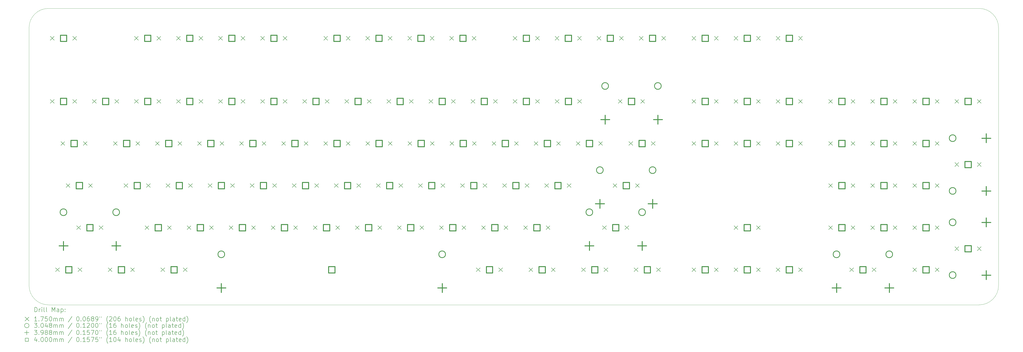
<source format=gbr>
%TF.GenerationSoftware,KiCad,Pcbnew,8.0.5*%
%TF.CreationDate,2025-06-15T08:44:16-07:00*%
%TF.ProjectId,Full Keyboard,46756c6c-204b-4657-9962-6f6172642e6b,2.0.0*%
%TF.SameCoordinates,Original*%
%TF.FileFunction,Drillmap*%
%TF.FilePolarity,Positive*%
%FSLAX45Y45*%
G04 Gerber Fmt 4.5, Leading zero omitted, Abs format (unit mm)*
G04 Created by KiCad (PCBNEW 8.0.5) date 2025-06-15 08:44:16*
%MOMM*%
%LPD*%
G01*
G04 APERTURE LIST*
%ADD10C,0.050000*%
%ADD11C,0.200000*%
%ADD12C,0.175000*%
%ADD13C,0.304800*%
%ADD14C,0.398780*%
%ADD15C,0.400000*%
G04 APERTURE END LIST*
D10*
X52737134Y-21607326D02*
G75*
G02*
X53612057Y-22482258I-6J-874929D01*
G01*
X10589008Y-35025316D02*
G75*
G02*
X9714083Y-34150387I1J874926D01*
G01*
X10589008Y-35025316D02*
X52737133Y-35025316D01*
X9714083Y-22482262D02*
X9714083Y-34150387D01*
X9714082Y-22482253D02*
G75*
G02*
X10589009Y-21607326I874927J0D01*
G01*
X53612057Y-22482258D02*
X53612057Y-34150383D01*
X52737134Y-21607326D02*
X10589009Y-21607326D01*
X53612057Y-34150383D02*
G75*
G02*
X52737133Y-35025316I-874930J-3D01*
G01*
D11*
D12*
X10678995Y-22871003D02*
X10853995Y-23046003D01*
X10853995Y-22871003D02*
X10678995Y-23046003D01*
X10678995Y-25728503D02*
X10853995Y-25903503D01*
X10853995Y-25728503D02*
X10678995Y-25903503D01*
X10917120Y-33348503D02*
X11092120Y-33523503D01*
X11092120Y-33348503D02*
X10917120Y-33523503D01*
X11155245Y-27633503D02*
X11330245Y-27808503D01*
X11330245Y-27633503D02*
X11155245Y-27808503D01*
X11393370Y-29538503D02*
X11568370Y-29713503D01*
X11568370Y-29538503D02*
X11393370Y-29713503D01*
X11694995Y-22871003D02*
X11869995Y-23046003D01*
X11869995Y-22871003D02*
X11694995Y-23046003D01*
X11694995Y-25728503D02*
X11869995Y-25903503D01*
X11869995Y-25728503D02*
X11694995Y-25903503D01*
X11869620Y-31443503D02*
X12044620Y-31618503D01*
X12044620Y-31443503D02*
X11869620Y-31618503D01*
X11933120Y-33348503D02*
X12108120Y-33523503D01*
X12108120Y-33348503D02*
X11933120Y-33523503D01*
X12171245Y-27633503D02*
X12346245Y-27808503D01*
X12346245Y-27633503D02*
X12171245Y-27808503D01*
X12409370Y-29538503D02*
X12584370Y-29713503D01*
X12584370Y-29538503D02*
X12409370Y-29713503D01*
X12583995Y-25728503D02*
X12758995Y-25903503D01*
X12758995Y-25728503D02*
X12583995Y-25903503D01*
X12885620Y-31443503D02*
X13060620Y-31618503D01*
X13060620Y-31443503D02*
X12885620Y-31618503D01*
X13298370Y-33348503D02*
X13473370Y-33523503D01*
X13473370Y-33348503D02*
X13298370Y-33523503D01*
X13536495Y-27633503D02*
X13711495Y-27808503D01*
X13711495Y-27633503D02*
X13536495Y-27808503D01*
X13599995Y-25728503D02*
X13774995Y-25903503D01*
X13774995Y-25728503D02*
X13599995Y-25903503D01*
X14012745Y-29538503D02*
X14187745Y-29713503D01*
X14187745Y-29538503D02*
X14012745Y-29713503D01*
X14314370Y-33348503D02*
X14489370Y-33523503D01*
X14489370Y-33348503D02*
X14314370Y-33523503D01*
X14488995Y-22871003D02*
X14663995Y-23046003D01*
X14663995Y-22871003D02*
X14488995Y-23046003D01*
X14488995Y-25728503D02*
X14663995Y-25903503D01*
X14663995Y-25728503D02*
X14488995Y-25903503D01*
X14552495Y-27633503D02*
X14727495Y-27808503D01*
X14727495Y-27633503D02*
X14552495Y-27808503D01*
X14965245Y-31443503D02*
X15140245Y-31618503D01*
X15140245Y-31443503D02*
X14965245Y-31618503D01*
X15028745Y-29538503D02*
X15203745Y-29713503D01*
X15203745Y-29538503D02*
X15028745Y-29713503D01*
X15441495Y-27633503D02*
X15616495Y-27808503D01*
X15616495Y-27633503D02*
X15441495Y-27808503D01*
X15504995Y-22871003D02*
X15679995Y-23046003D01*
X15679995Y-22871003D02*
X15504995Y-23046003D01*
X15504995Y-25728503D02*
X15679995Y-25903503D01*
X15679995Y-25728503D02*
X15504995Y-25903503D01*
X15679620Y-33348503D02*
X15854620Y-33523503D01*
X15854620Y-33348503D02*
X15679620Y-33523503D01*
X15917745Y-29538503D02*
X16092745Y-29713503D01*
X16092745Y-29538503D02*
X15917745Y-29713503D01*
X15981245Y-31443503D02*
X16156245Y-31618503D01*
X16156245Y-31443503D02*
X15981245Y-31618503D01*
X16393995Y-22871003D02*
X16568995Y-23046003D01*
X16568995Y-22871003D02*
X16393995Y-23046003D01*
X16393995Y-25728503D02*
X16568995Y-25903503D01*
X16568995Y-25728503D02*
X16393995Y-25903503D01*
X16457495Y-27633503D02*
X16632495Y-27808503D01*
X16632495Y-27633503D02*
X16457495Y-27808503D01*
X16695620Y-33348503D02*
X16870620Y-33523503D01*
X16870620Y-33348503D02*
X16695620Y-33523503D01*
X16870245Y-31443503D02*
X17045245Y-31618503D01*
X17045245Y-31443503D02*
X16870245Y-31618503D01*
X16933745Y-29538503D02*
X17108745Y-29713503D01*
X17108745Y-29538503D02*
X16933745Y-29713503D01*
X17346495Y-27633503D02*
X17521495Y-27808503D01*
X17521495Y-27633503D02*
X17346495Y-27808503D01*
X17409995Y-22871003D02*
X17584995Y-23046003D01*
X17584995Y-22871003D02*
X17409995Y-23046003D01*
X17409995Y-25728503D02*
X17584995Y-25903503D01*
X17584995Y-25728503D02*
X17409995Y-25903503D01*
X17822745Y-29538503D02*
X17997745Y-29713503D01*
X17997745Y-29538503D02*
X17822745Y-29713503D01*
X17886245Y-31443503D02*
X18061245Y-31618503D01*
X18061245Y-31443503D02*
X17886245Y-31618503D01*
X18298995Y-22871003D02*
X18473995Y-23046003D01*
X18473995Y-22871003D02*
X18298995Y-23046003D01*
X18298995Y-25728503D02*
X18473995Y-25903503D01*
X18473995Y-25728503D02*
X18298995Y-25903503D01*
X18362495Y-27633503D02*
X18537495Y-27808503D01*
X18537495Y-27633503D02*
X18362495Y-27808503D01*
X18775245Y-31443503D02*
X18950245Y-31618503D01*
X18950245Y-31443503D02*
X18775245Y-31618503D01*
X18838745Y-29538503D02*
X19013745Y-29713503D01*
X19013745Y-29538503D02*
X18838745Y-29713503D01*
X19251495Y-27633503D02*
X19426495Y-27808503D01*
X19426495Y-27633503D02*
X19251495Y-27808503D01*
X19314995Y-22871003D02*
X19489995Y-23046003D01*
X19489995Y-22871003D02*
X19314995Y-23046003D01*
X19314995Y-25728503D02*
X19489995Y-25903503D01*
X19489995Y-25728503D02*
X19314995Y-25903503D01*
X19727745Y-29538503D02*
X19902745Y-29713503D01*
X19902745Y-29538503D02*
X19727745Y-29713503D01*
X19791245Y-31443503D02*
X19966245Y-31618503D01*
X19966245Y-31443503D02*
X19791245Y-31618503D01*
X20203995Y-22871003D02*
X20378995Y-23046003D01*
X20378995Y-22871003D02*
X20203995Y-23046003D01*
X20203995Y-25728503D02*
X20378995Y-25903503D01*
X20378995Y-25728503D02*
X20203995Y-25903503D01*
X20267495Y-27633503D02*
X20442495Y-27808503D01*
X20442495Y-27633503D02*
X20267495Y-27808503D01*
X20680245Y-31443503D02*
X20855245Y-31618503D01*
X20855245Y-31443503D02*
X20680245Y-31618503D01*
X20743745Y-29538503D02*
X20918745Y-29713503D01*
X20918745Y-29538503D02*
X20743745Y-29713503D01*
X21156495Y-27633503D02*
X21331495Y-27808503D01*
X21331495Y-27633503D02*
X21156495Y-27808503D01*
X21219995Y-22871003D02*
X21394995Y-23046003D01*
X21394995Y-22871003D02*
X21219995Y-23046003D01*
X21219995Y-25728503D02*
X21394995Y-25903503D01*
X21394995Y-25728503D02*
X21219995Y-25903503D01*
X21632745Y-29538503D02*
X21807745Y-29713503D01*
X21807745Y-29538503D02*
X21632745Y-29713503D01*
X21696245Y-31443503D02*
X21871245Y-31618503D01*
X21871245Y-31443503D02*
X21696245Y-31618503D01*
X22108995Y-25728503D02*
X22283995Y-25903503D01*
X22283995Y-25728503D02*
X22108995Y-25903503D01*
X22172495Y-27633503D02*
X22347495Y-27808503D01*
X22347495Y-27633503D02*
X22172495Y-27808503D01*
X22585245Y-31443503D02*
X22760245Y-31618503D01*
X22760245Y-31443503D02*
X22585245Y-31618503D01*
X22648745Y-29538503D02*
X22823745Y-29713503D01*
X22823745Y-29538503D02*
X22648745Y-29713503D01*
X23061495Y-22871003D02*
X23236495Y-23046003D01*
X23236495Y-22871003D02*
X23061495Y-23046003D01*
X23061495Y-27633503D02*
X23236495Y-27808503D01*
X23236495Y-27633503D02*
X23061495Y-27808503D01*
X23124995Y-25728503D02*
X23299995Y-25903503D01*
X23299995Y-25728503D02*
X23124995Y-25903503D01*
X23537745Y-29538503D02*
X23712745Y-29713503D01*
X23712745Y-29538503D02*
X23537745Y-29713503D01*
X23601245Y-31443503D02*
X23776245Y-31618503D01*
X23776245Y-31443503D02*
X23601245Y-31618503D01*
X24013995Y-25728503D02*
X24188995Y-25903503D01*
X24188995Y-25728503D02*
X24013995Y-25903503D01*
X24077495Y-22871003D02*
X24252495Y-23046003D01*
X24252495Y-22871003D02*
X24077495Y-23046003D01*
X24077495Y-27633503D02*
X24252495Y-27808503D01*
X24252495Y-27633503D02*
X24077495Y-27808503D01*
X24490245Y-31443503D02*
X24665245Y-31618503D01*
X24665245Y-31443503D02*
X24490245Y-31618503D01*
X24553745Y-29538503D02*
X24728745Y-29713503D01*
X24728745Y-29538503D02*
X24553745Y-29713503D01*
X24961495Y-22871003D02*
X25136495Y-23046003D01*
X25136495Y-22871003D02*
X24961495Y-23046003D01*
X24966495Y-27633503D02*
X25141495Y-27808503D01*
X25141495Y-27633503D02*
X24966495Y-27808503D01*
X25029995Y-25728503D02*
X25204995Y-25903503D01*
X25204995Y-25728503D02*
X25029995Y-25903503D01*
X25442745Y-29538503D02*
X25617745Y-29713503D01*
X25617745Y-29538503D02*
X25442745Y-29713503D01*
X25506245Y-31443503D02*
X25681245Y-31618503D01*
X25681245Y-31443503D02*
X25506245Y-31618503D01*
X25918995Y-25728503D02*
X26093995Y-25903503D01*
X26093995Y-25728503D02*
X25918995Y-25903503D01*
X25977495Y-22871003D02*
X26152495Y-23046003D01*
X26152495Y-22871003D02*
X25977495Y-23046003D01*
X25982495Y-27633503D02*
X26157495Y-27808503D01*
X26157495Y-27633503D02*
X25982495Y-27808503D01*
X26395245Y-31443503D02*
X26570245Y-31618503D01*
X26570245Y-31443503D02*
X26395245Y-31618503D01*
X26458745Y-29538503D02*
X26633745Y-29713503D01*
X26633745Y-29538503D02*
X26458745Y-29713503D01*
X26861495Y-22871003D02*
X27036495Y-23046003D01*
X27036495Y-22871003D02*
X26861495Y-23046003D01*
X26871495Y-27633503D02*
X27046495Y-27808503D01*
X27046495Y-27633503D02*
X26871495Y-27808503D01*
X26934995Y-25728503D02*
X27109995Y-25903503D01*
X27109995Y-25728503D02*
X26934995Y-25903503D01*
X27347745Y-29538503D02*
X27522745Y-29713503D01*
X27522745Y-29538503D02*
X27347745Y-29713503D01*
X27411245Y-31443503D02*
X27586245Y-31618503D01*
X27586245Y-31443503D02*
X27411245Y-31618503D01*
X27823995Y-25728503D02*
X27998995Y-25903503D01*
X27998995Y-25728503D02*
X27823995Y-25903503D01*
X27877495Y-22871003D02*
X28052495Y-23046003D01*
X28052495Y-22871003D02*
X27877495Y-23046003D01*
X27887495Y-27633503D02*
X28062495Y-27808503D01*
X28062495Y-27633503D02*
X27887495Y-27808503D01*
X28300245Y-31443503D02*
X28475245Y-31618503D01*
X28475245Y-31443503D02*
X28300245Y-31618503D01*
X28363745Y-29538503D02*
X28538745Y-29713503D01*
X28538745Y-29538503D02*
X28363745Y-29713503D01*
X28761495Y-22871003D02*
X28936495Y-23046003D01*
X28936495Y-22871003D02*
X28761495Y-23046003D01*
X28776495Y-27633503D02*
X28951495Y-27808503D01*
X28951495Y-27633503D02*
X28776495Y-27808503D01*
X28839995Y-25728503D02*
X29014995Y-25903503D01*
X29014995Y-25728503D02*
X28839995Y-25903503D01*
X29252745Y-29538503D02*
X29427745Y-29713503D01*
X29427745Y-29538503D02*
X29252745Y-29713503D01*
X29316245Y-31443503D02*
X29491245Y-31618503D01*
X29491245Y-31443503D02*
X29316245Y-31618503D01*
X29728995Y-25728503D02*
X29903995Y-25903503D01*
X29903995Y-25728503D02*
X29728995Y-25903503D01*
X29777495Y-22871003D02*
X29952495Y-23046003D01*
X29952495Y-22871003D02*
X29777495Y-23046003D01*
X29792495Y-27633503D02*
X29967495Y-27808503D01*
X29967495Y-27633503D02*
X29792495Y-27808503D01*
X29967120Y-33348503D02*
X30142120Y-33523503D01*
X30142120Y-33348503D02*
X29967120Y-33523503D01*
X30205245Y-31443503D02*
X30380245Y-31618503D01*
X30380245Y-31443503D02*
X30205245Y-31618503D01*
X30268745Y-29538503D02*
X30443745Y-29713503D01*
X30443745Y-29538503D02*
X30268745Y-29713503D01*
X30681495Y-27633503D02*
X30856495Y-27808503D01*
X30856495Y-27633503D02*
X30681495Y-27808503D01*
X30744995Y-25728503D02*
X30919995Y-25903503D01*
X30919995Y-25728503D02*
X30744995Y-25903503D01*
X30983120Y-33348503D02*
X31158120Y-33523503D01*
X31158120Y-33348503D02*
X30983120Y-33523503D01*
X31157745Y-29538503D02*
X31332745Y-29713503D01*
X31332745Y-29538503D02*
X31157745Y-29713503D01*
X31221245Y-31443503D02*
X31396245Y-31618503D01*
X31396245Y-31443503D02*
X31221245Y-31618503D01*
X31633995Y-22871003D02*
X31808995Y-23046003D01*
X31808995Y-22871003D02*
X31633995Y-23046003D01*
X31633995Y-25728503D02*
X31808995Y-25903503D01*
X31808995Y-25728503D02*
X31633995Y-25903503D01*
X31697495Y-27633503D02*
X31872495Y-27808503D01*
X31872495Y-27633503D02*
X31697495Y-27808503D01*
X32110245Y-31443503D02*
X32285245Y-31618503D01*
X32285245Y-31443503D02*
X32110245Y-31618503D01*
X32173745Y-29538503D02*
X32348745Y-29713503D01*
X32348745Y-29538503D02*
X32173745Y-29713503D01*
X32348370Y-33348503D02*
X32523370Y-33523503D01*
X32523370Y-33348503D02*
X32348370Y-33523503D01*
X32586495Y-27633503D02*
X32761495Y-27808503D01*
X32761495Y-27633503D02*
X32586495Y-27808503D01*
X32649995Y-22871003D02*
X32824995Y-23046003D01*
X32824995Y-22871003D02*
X32649995Y-23046003D01*
X32649995Y-25728503D02*
X32824995Y-25903503D01*
X32824995Y-25728503D02*
X32649995Y-25903503D01*
X33062745Y-29538503D02*
X33237745Y-29713503D01*
X33237745Y-29538503D02*
X33062745Y-29713503D01*
X33126245Y-31443503D02*
X33301245Y-31618503D01*
X33301245Y-31443503D02*
X33126245Y-31618503D01*
X33364370Y-33348503D02*
X33539370Y-33523503D01*
X33539370Y-33348503D02*
X33364370Y-33523503D01*
X33533995Y-22871003D02*
X33708995Y-23046003D01*
X33708995Y-22871003D02*
X33533995Y-23046003D01*
X33538995Y-25728503D02*
X33713995Y-25903503D01*
X33713995Y-25728503D02*
X33538995Y-25903503D01*
X33602495Y-27633503D02*
X33777495Y-27808503D01*
X33777495Y-27633503D02*
X33602495Y-27808503D01*
X34078745Y-29538503D02*
X34253745Y-29713503D01*
X34253745Y-29538503D02*
X34078745Y-29713503D01*
X34491495Y-27633503D02*
X34666495Y-27808503D01*
X34666495Y-27633503D02*
X34491495Y-27808503D01*
X34549995Y-22871003D02*
X34724995Y-23046003D01*
X34724995Y-22871003D02*
X34549995Y-23046003D01*
X34554995Y-25728503D02*
X34729995Y-25903503D01*
X34729995Y-25728503D02*
X34554995Y-25903503D01*
X34729620Y-33348503D02*
X34904620Y-33523503D01*
X34904620Y-33348503D02*
X34729620Y-33523503D01*
X35433995Y-22871003D02*
X35608995Y-23046003D01*
X35608995Y-22871003D02*
X35433995Y-23046003D01*
X35507495Y-27633503D02*
X35682495Y-27808503D01*
X35682495Y-27633503D02*
X35507495Y-27808503D01*
X35682120Y-31443503D02*
X35857120Y-31618503D01*
X35857120Y-31443503D02*
X35682120Y-31618503D01*
X35745620Y-33348503D02*
X35920620Y-33523503D01*
X35920620Y-33348503D02*
X35745620Y-33523503D01*
X36158370Y-29538503D02*
X36333370Y-29713503D01*
X36333370Y-29538503D02*
X36158370Y-29713503D01*
X36396495Y-25728503D02*
X36571495Y-25903503D01*
X36571495Y-25728503D02*
X36396495Y-25903503D01*
X36449995Y-22871003D02*
X36624995Y-23046003D01*
X36624995Y-22871003D02*
X36449995Y-23046003D01*
X36698120Y-31443503D02*
X36873120Y-31618503D01*
X36873120Y-31443503D02*
X36698120Y-31618503D01*
X36872745Y-27633503D02*
X37047745Y-27808503D01*
X37047745Y-27633503D02*
X36872745Y-27808503D01*
X37110870Y-33348503D02*
X37285870Y-33523503D01*
X37285870Y-33348503D02*
X37110870Y-33523503D01*
X37174370Y-29538503D02*
X37349370Y-29713503D01*
X37349370Y-29538503D02*
X37174370Y-29713503D01*
X37346995Y-22871003D02*
X37521995Y-23046003D01*
X37521995Y-22871003D02*
X37346995Y-23046003D01*
X37412495Y-25728503D02*
X37587495Y-25903503D01*
X37587495Y-25728503D02*
X37412495Y-25903503D01*
X37888745Y-27633503D02*
X38063745Y-27808503D01*
X38063745Y-27633503D02*
X37888745Y-27808503D01*
X38126870Y-33348503D02*
X38301870Y-33523503D01*
X38301870Y-33348503D02*
X38126870Y-33523503D01*
X38362995Y-22871003D02*
X38537995Y-23046003D01*
X38537995Y-22871003D02*
X38362995Y-23046003D01*
X39730245Y-22871003D02*
X39905245Y-23046003D01*
X39905245Y-22871003D02*
X39730245Y-23046003D01*
X39730245Y-25728503D02*
X39905245Y-25903503D01*
X39905245Y-25728503D02*
X39730245Y-25903503D01*
X39730245Y-27633503D02*
X39905245Y-27808503D01*
X39905245Y-27633503D02*
X39730245Y-27808503D01*
X39730245Y-33348503D02*
X39905245Y-33523503D01*
X39905245Y-33348503D02*
X39730245Y-33523503D01*
X40746245Y-22871003D02*
X40921245Y-23046003D01*
X40921245Y-22871003D02*
X40746245Y-23046003D01*
X40746245Y-25728503D02*
X40921245Y-25903503D01*
X40921245Y-25728503D02*
X40746245Y-25903503D01*
X40746245Y-27633503D02*
X40921245Y-27808503D01*
X40921245Y-27633503D02*
X40746245Y-27808503D01*
X40746245Y-33348503D02*
X40921245Y-33523503D01*
X40921245Y-33348503D02*
X40746245Y-33523503D01*
X41635245Y-22871003D02*
X41810245Y-23046003D01*
X41810245Y-22871003D02*
X41635245Y-23046003D01*
X41635245Y-25728503D02*
X41810245Y-25903503D01*
X41810245Y-25728503D02*
X41635245Y-25903503D01*
X41635245Y-27633503D02*
X41810245Y-27808503D01*
X41810245Y-27633503D02*
X41635245Y-27808503D01*
X41635245Y-31443503D02*
X41810245Y-31618503D01*
X41810245Y-31443503D02*
X41635245Y-31618503D01*
X41635245Y-33348503D02*
X41810245Y-33523503D01*
X41810245Y-33348503D02*
X41635245Y-33523503D01*
X42651245Y-22871003D02*
X42826245Y-23046003D01*
X42826245Y-22871003D02*
X42651245Y-23046003D01*
X42651245Y-25728503D02*
X42826245Y-25903503D01*
X42826245Y-25728503D02*
X42651245Y-25903503D01*
X42651245Y-27633503D02*
X42826245Y-27808503D01*
X42826245Y-27633503D02*
X42651245Y-27808503D01*
X42651245Y-31443503D02*
X42826245Y-31618503D01*
X42826245Y-31443503D02*
X42651245Y-31618503D01*
X42651245Y-33348503D02*
X42826245Y-33523503D01*
X42826245Y-33348503D02*
X42651245Y-33523503D01*
X43540245Y-22871003D02*
X43715245Y-23046003D01*
X43715245Y-22871003D02*
X43540245Y-23046003D01*
X43540245Y-25728503D02*
X43715245Y-25903503D01*
X43715245Y-25728503D02*
X43540245Y-25903503D01*
X43540245Y-27633503D02*
X43715245Y-27808503D01*
X43715245Y-27633503D02*
X43540245Y-27808503D01*
X43540245Y-33348503D02*
X43715245Y-33523503D01*
X43715245Y-33348503D02*
X43540245Y-33523503D01*
X44556245Y-22871003D02*
X44731245Y-23046003D01*
X44731245Y-22871003D02*
X44556245Y-23046003D01*
X44556245Y-25728503D02*
X44731245Y-25903503D01*
X44731245Y-25728503D02*
X44556245Y-25903503D01*
X44556245Y-27633503D02*
X44731245Y-27808503D01*
X44731245Y-27633503D02*
X44556245Y-27808503D01*
X44556245Y-33348503D02*
X44731245Y-33523503D01*
X44731245Y-33348503D02*
X44556245Y-33523503D01*
X45921495Y-25728503D02*
X46096495Y-25903503D01*
X46096495Y-25728503D02*
X45921495Y-25903503D01*
X45921495Y-27633503D02*
X46096495Y-27808503D01*
X46096495Y-27633503D02*
X45921495Y-27808503D01*
X45921495Y-29538503D02*
X46096495Y-29713503D01*
X46096495Y-29538503D02*
X45921495Y-29713503D01*
X45921495Y-31443503D02*
X46096495Y-31618503D01*
X46096495Y-31443503D02*
X45921495Y-31618503D01*
X46873995Y-33348503D02*
X47048995Y-33523503D01*
X47048995Y-33348503D02*
X46873995Y-33523503D01*
X46937495Y-25728503D02*
X47112495Y-25903503D01*
X47112495Y-25728503D02*
X46937495Y-25903503D01*
X46937495Y-27633503D02*
X47112495Y-27808503D01*
X47112495Y-27633503D02*
X46937495Y-27808503D01*
X46937495Y-29538503D02*
X47112495Y-29713503D01*
X47112495Y-29538503D02*
X46937495Y-29713503D01*
X46937495Y-31443503D02*
X47112495Y-31618503D01*
X47112495Y-31443503D02*
X46937495Y-31618503D01*
X47826495Y-25728503D02*
X48001495Y-25903503D01*
X48001495Y-25728503D02*
X47826495Y-25903503D01*
X47826495Y-27633503D02*
X48001495Y-27808503D01*
X48001495Y-27633503D02*
X47826495Y-27808503D01*
X47826495Y-29538503D02*
X48001495Y-29713503D01*
X48001495Y-29538503D02*
X47826495Y-29713503D01*
X47826495Y-31443503D02*
X48001495Y-31618503D01*
X48001495Y-31443503D02*
X47826495Y-31618503D01*
X47889995Y-33348503D02*
X48064995Y-33523503D01*
X48064995Y-33348503D02*
X47889995Y-33523503D01*
X48842495Y-25728503D02*
X49017495Y-25903503D01*
X49017495Y-25728503D02*
X48842495Y-25903503D01*
X48842495Y-27633503D02*
X49017495Y-27808503D01*
X49017495Y-27633503D02*
X48842495Y-27808503D01*
X48842495Y-29538503D02*
X49017495Y-29713503D01*
X49017495Y-29538503D02*
X48842495Y-29713503D01*
X48842495Y-31443503D02*
X49017495Y-31618503D01*
X49017495Y-31443503D02*
X48842495Y-31618503D01*
X49731495Y-25728503D02*
X49906495Y-25903503D01*
X49906495Y-25728503D02*
X49731495Y-25903503D01*
X49731495Y-27633503D02*
X49906495Y-27808503D01*
X49906495Y-27633503D02*
X49731495Y-27808503D01*
X49731495Y-29538503D02*
X49906495Y-29713503D01*
X49906495Y-29538503D02*
X49731495Y-29713503D01*
X49731495Y-31443503D02*
X49906495Y-31618503D01*
X49906495Y-31443503D02*
X49731495Y-31618503D01*
X49731495Y-33348503D02*
X49906495Y-33523503D01*
X49906495Y-33348503D02*
X49731495Y-33523503D01*
X50747495Y-25728503D02*
X50922495Y-25903503D01*
X50922495Y-25728503D02*
X50747495Y-25903503D01*
X50747495Y-27633503D02*
X50922495Y-27808503D01*
X50922495Y-27633503D02*
X50747495Y-27808503D01*
X50747495Y-29538503D02*
X50922495Y-29713503D01*
X50922495Y-29538503D02*
X50747495Y-29713503D01*
X50747495Y-31443503D02*
X50922495Y-31618503D01*
X50922495Y-31443503D02*
X50747495Y-31618503D01*
X50747495Y-33348503D02*
X50922495Y-33523503D01*
X50922495Y-33348503D02*
X50747495Y-33523503D01*
X51636495Y-25728503D02*
X51811495Y-25903503D01*
X51811495Y-25728503D02*
X51636495Y-25903503D01*
X51636495Y-28586003D02*
X51811495Y-28761003D01*
X51811495Y-28586003D02*
X51636495Y-28761003D01*
X51636495Y-32396003D02*
X51811495Y-32571003D01*
X51811495Y-32396003D02*
X51636495Y-32571003D01*
X52652495Y-25728503D02*
X52827495Y-25903503D01*
X52827495Y-25728503D02*
X52652495Y-25903503D01*
X52652495Y-28586003D02*
X52827495Y-28761003D01*
X52827495Y-28586003D02*
X52652495Y-28761003D01*
X52652495Y-32396003D02*
X52827495Y-32571003D01*
X52827495Y-32396003D02*
X52652495Y-32571003D01*
D13*
X11423720Y-30832503D02*
G75*
G02*
X11118920Y-30832503I-152400J0D01*
G01*
X11118920Y-30832503D02*
G75*
G02*
X11423720Y-30832503I152400J0D01*
G01*
X13811320Y-30832503D02*
G75*
G02*
X13506520Y-30832503I-152400J0D01*
G01*
X13506520Y-30832503D02*
G75*
G02*
X13811320Y-30832503I152400J0D01*
G01*
X18571270Y-32737503D02*
G75*
G02*
X18266470Y-32737503I-152400J0D01*
G01*
X18266470Y-32737503D02*
G75*
G02*
X18571270Y-32737503I152400J0D01*
G01*
X28571270Y-32737503D02*
G75*
G02*
X28266470Y-32737503I-152400J0D01*
G01*
X28266470Y-32737503D02*
G75*
G02*
X28571270Y-32737503I152400J0D01*
G01*
X35236220Y-30832503D02*
G75*
G02*
X34931420Y-30832503I-152400J0D01*
G01*
X34931420Y-30832503D02*
G75*
G02*
X35236220Y-30832503I152400J0D01*
G01*
X35712470Y-28927503D02*
G75*
G02*
X35407670Y-28927503I-152400J0D01*
G01*
X35407670Y-28927503D02*
G75*
G02*
X35712470Y-28927503I152400J0D01*
G01*
X35950595Y-25117503D02*
G75*
G02*
X35645795Y-25117503I-152400J0D01*
G01*
X35645795Y-25117503D02*
G75*
G02*
X35950595Y-25117503I152400J0D01*
G01*
X37623820Y-30832503D02*
G75*
G02*
X37319020Y-30832503I-152400J0D01*
G01*
X37319020Y-30832503D02*
G75*
G02*
X37623820Y-30832503I152400J0D01*
G01*
X38100070Y-28927503D02*
G75*
G02*
X37795270Y-28927503I-152400J0D01*
G01*
X37795270Y-28927503D02*
G75*
G02*
X38100070Y-28927503I152400J0D01*
G01*
X38338195Y-25117503D02*
G75*
G02*
X38033395Y-25117503I-152400J0D01*
G01*
X38033395Y-25117503D02*
G75*
G02*
X38338195Y-25117503I152400J0D01*
G01*
X46428095Y-32737503D02*
G75*
G02*
X46123295Y-32737503I-152400J0D01*
G01*
X46123295Y-32737503D02*
G75*
G02*
X46428095Y-32737503I152400J0D01*
G01*
X48815695Y-32737503D02*
G75*
G02*
X48510895Y-32737503I-152400J0D01*
G01*
X48510895Y-32737503D02*
G75*
G02*
X48815695Y-32737503I152400J0D01*
G01*
X51685895Y-27479703D02*
G75*
G02*
X51381095Y-27479703I-152400J0D01*
G01*
X51381095Y-27479703D02*
G75*
G02*
X51685895Y-27479703I152400J0D01*
G01*
X51685895Y-29867303D02*
G75*
G02*
X51381095Y-29867303I-152400J0D01*
G01*
X51381095Y-29867303D02*
G75*
G02*
X51685895Y-29867303I152400J0D01*
G01*
X51685895Y-31289703D02*
G75*
G02*
X51381095Y-31289703I-152400J0D01*
G01*
X51381095Y-31289703D02*
G75*
G02*
X51685895Y-31289703I152400J0D01*
G01*
X51685895Y-33677303D02*
G75*
G02*
X51381095Y-33677303I-152400J0D01*
G01*
X51381095Y-33677303D02*
G75*
G02*
X51685895Y-33677303I152400J0D01*
G01*
D14*
X11271320Y-32154113D02*
X11271320Y-32552893D01*
X11071930Y-32353503D02*
X11470710Y-32353503D01*
X13658920Y-32154113D02*
X13658920Y-32552893D01*
X13459530Y-32353503D02*
X13858310Y-32353503D01*
X18418870Y-34059113D02*
X18418870Y-34457893D01*
X18219480Y-34258503D02*
X18618260Y-34258503D01*
X28418870Y-34059113D02*
X28418870Y-34457893D01*
X28219480Y-34258503D02*
X28618260Y-34258503D01*
X35083820Y-32154113D02*
X35083820Y-32552893D01*
X34884430Y-32353503D02*
X35283210Y-32353503D01*
X35560070Y-30249113D02*
X35560070Y-30647893D01*
X35360680Y-30448503D02*
X35759460Y-30448503D01*
X35798195Y-26439113D02*
X35798195Y-26837893D01*
X35598805Y-26638503D02*
X35997585Y-26638503D01*
X37471420Y-32154113D02*
X37471420Y-32552893D01*
X37272030Y-32353503D02*
X37670810Y-32353503D01*
X37947670Y-30249113D02*
X37947670Y-30647893D01*
X37748280Y-30448503D02*
X38147060Y-30448503D01*
X38185795Y-26439113D02*
X38185795Y-26837893D01*
X37986405Y-26638503D02*
X38385185Y-26638503D01*
X46275695Y-34059113D02*
X46275695Y-34457893D01*
X46076305Y-34258503D02*
X46475085Y-34258503D01*
X48663295Y-34059113D02*
X48663295Y-34457893D01*
X48463905Y-34258503D02*
X48862685Y-34258503D01*
X53054495Y-27280313D02*
X53054495Y-27679093D01*
X52855105Y-27479703D02*
X53253885Y-27479703D01*
X53054495Y-29667913D02*
X53054495Y-30066693D01*
X52855105Y-29867303D02*
X53253885Y-29867303D01*
X53054495Y-31090313D02*
X53054495Y-31489093D01*
X52855105Y-31289703D02*
X53253885Y-31289703D01*
X53054495Y-33477913D02*
X53054495Y-33876693D01*
X52855105Y-33677303D02*
X53253885Y-33677303D01*
D15*
X11415917Y-23099926D02*
X11415917Y-22817080D01*
X11133072Y-22817080D01*
X11133072Y-23099926D01*
X11415917Y-23099926D01*
X11415917Y-25957426D02*
X11415917Y-25674580D01*
X11133072Y-25674580D01*
X11133072Y-25957426D01*
X11415917Y-25957426D01*
X11654042Y-33577426D02*
X11654042Y-33294580D01*
X11371197Y-33294580D01*
X11371197Y-33577426D01*
X11654042Y-33577426D01*
X11892167Y-27862426D02*
X11892167Y-27579580D01*
X11609322Y-27579580D01*
X11609322Y-27862426D01*
X11892167Y-27862426D01*
X12130292Y-29767426D02*
X12130292Y-29484580D01*
X11847447Y-29484580D01*
X11847447Y-29767426D01*
X12130292Y-29767426D01*
X12606542Y-31672426D02*
X12606542Y-31389580D01*
X12323697Y-31389580D01*
X12323697Y-31672426D01*
X12606542Y-31672426D01*
X13320917Y-25957426D02*
X13320917Y-25674580D01*
X13038072Y-25674580D01*
X13038072Y-25957426D01*
X13320917Y-25957426D01*
X14035292Y-33577426D02*
X14035292Y-33294580D01*
X13752447Y-33294580D01*
X13752447Y-33577426D01*
X14035292Y-33577426D01*
X14273417Y-27862426D02*
X14273417Y-27579580D01*
X13990572Y-27579580D01*
X13990572Y-27862426D01*
X14273417Y-27862426D01*
X14749667Y-29767426D02*
X14749667Y-29484580D01*
X14466822Y-29484580D01*
X14466822Y-29767426D01*
X14749667Y-29767426D01*
X15225917Y-23099926D02*
X15225917Y-22817080D01*
X14943072Y-22817080D01*
X14943072Y-23099926D01*
X15225917Y-23099926D01*
X15225917Y-25957426D02*
X15225917Y-25674580D01*
X14943072Y-25674580D01*
X14943072Y-25957426D01*
X15225917Y-25957426D01*
X15702167Y-31672426D02*
X15702167Y-31389580D01*
X15419322Y-31389580D01*
X15419322Y-31672426D01*
X15702167Y-31672426D01*
X16178417Y-27862426D02*
X16178417Y-27579580D01*
X15895572Y-27579580D01*
X15895572Y-27862426D01*
X16178417Y-27862426D01*
X16416542Y-33577426D02*
X16416542Y-33294580D01*
X16133697Y-33294580D01*
X16133697Y-33577426D01*
X16416542Y-33577426D01*
X16654667Y-29767426D02*
X16654667Y-29484580D01*
X16371822Y-29484580D01*
X16371822Y-29767426D01*
X16654667Y-29767426D01*
X17130917Y-23099926D02*
X17130917Y-22817080D01*
X16848072Y-22817080D01*
X16848072Y-23099926D01*
X17130917Y-23099926D01*
X17130917Y-25957426D02*
X17130917Y-25674580D01*
X16848072Y-25674580D01*
X16848072Y-25957426D01*
X17130917Y-25957426D01*
X17607167Y-31672426D02*
X17607167Y-31389580D01*
X17324322Y-31389580D01*
X17324322Y-31672426D01*
X17607167Y-31672426D01*
X18083417Y-27862426D02*
X18083417Y-27579580D01*
X17800572Y-27579580D01*
X17800572Y-27862426D01*
X18083417Y-27862426D01*
X18559667Y-29767426D02*
X18559667Y-29484580D01*
X18276822Y-29484580D01*
X18276822Y-29767426D01*
X18559667Y-29767426D01*
X19035917Y-23099926D02*
X19035917Y-22817080D01*
X18753072Y-22817080D01*
X18753072Y-23099926D01*
X19035917Y-23099926D01*
X19035917Y-25957426D02*
X19035917Y-25674580D01*
X18753072Y-25674580D01*
X18753072Y-25957426D01*
X19035917Y-25957426D01*
X19512167Y-31672426D02*
X19512167Y-31389580D01*
X19229322Y-31389580D01*
X19229322Y-31672426D01*
X19512167Y-31672426D01*
X19988417Y-27862426D02*
X19988417Y-27579580D01*
X19705572Y-27579580D01*
X19705572Y-27862426D01*
X19988417Y-27862426D01*
X20464667Y-29767426D02*
X20464667Y-29484580D01*
X20181822Y-29484580D01*
X20181822Y-29767426D01*
X20464667Y-29767426D01*
X20940917Y-23099926D02*
X20940917Y-22817080D01*
X20658072Y-22817080D01*
X20658072Y-23099926D01*
X20940917Y-23099926D01*
X20940917Y-25957426D02*
X20940917Y-25674580D01*
X20658072Y-25674580D01*
X20658072Y-25957426D01*
X20940917Y-25957426D01*
X21417167Y-31672426D02*
X21417167Y-31389580D01*
X21134322Y-31389580D01*
X21134322Y-31672426D01*
X21417167Y-31672426D01*
X21893417Y-27862426D02*
X21893417Y-27579580D01*
X21610572Y-27579580D01*
X21610572Y-27862426D01*
X21893417Y-27862426D01*
X22369667Y-29767426D02*
X22369667Y-29484580D01*
X22086822Y-29484580D01*
X22086822Y-29767426D01*
X22369667Y-29767426D01*
X22845917Y-25957426D02*
X22845917Y-25674580D01*
X22563072Y-25674580D01*
X22563072Y-25957426D01*
X22845917Y-25957426D01*
X23322167Y-31672426D02*
X23322167Y-31389580D01*
X23039322Y-31389580D01*
X23039322Y-31672426D01*
X23322167Y-31672426D01*
X23560292Y-33577426D02*
X23560292Y-33294580D01*
X23277447Y-33294580D01*
X23277447Y-33577426D01*
X23560292Y-33577426D01*
X23798417Y-23099926D02*
X23798417Y-22817080D01*
X23515572Y-22817080D01*
X23515572Y-23099926D01*
X23798417Y-23099926D01*
X23798417Y-27862426D02*
X23798417Y-27579580D01*
X23515572Y-27579580D01*
X23515572Y-27862426D01*
X23798417Y-27862426D01*
X24274667Y-29767426D02*
X24274667Y-29484580D01*
X23991822Y-29484580D01*
X23991822Y-29767426D01*
X24274667Y-29767426D01*
X24750917Y-25957426D02*
X24750917Y-25674580D01*
X24468072Y-25674580D01*
X24468072Y-25957426D01*
X24750917Y-25957426D01*
X25227167Y-31672426D02*
X25227167Y-31389580D01*
X24944322Y-31389580D01*
X24944322Y-31672426D01*
X25227167Y-31672426D01*
X25698417Y-23099926D02*
X25698417Y-22817080D01*
X25415572Y-22817080D01*
X25415572Y-23099926D01*
X25698417Y-23099926D01*
X25703417Y-27862426D02*
X25703417Y-27579580D01*
X25420572Y-27579580D01*
X25420572Y-27862426D01*
X25703417Y-27862426D01*
X26179667Y-29767426D02*
X26179667Y-29484580D01*
X25896822Y-29484580D01*
X25896822Y-29767426D01*
X26179667Y-29767426D01*
X26655917Y-25957426D02*
X26655917Y-25674580D01*
X26373072Y-25674580D01*
X26373072Y-25957426D01*
X26655917Y-25957426D01*
X27132167Y-31672426D02*
X27132167Y-31389580D01*
X26849322Y-31389580D01*
X26849322Y-31672426D01*
X27132167Y-31672426D01*
X27598417Y-23099926D02*
X27598417Y-22817080D01*
X27315572Y-22817080D01*
X27315572Y-23099926D01*
X27598417Y-23099926D01*
X27608417Y-27862426D02*
X27608417Y-27579580D01*
X27325572Y-27579580D01*
X27325572Y-27862426D01*
X27608417Y-27862426D01*
X28084667Y-29767426D02*
X28084667Y-29484580D01*
X27801822Y-29484580D01*
X27801822Y-29767426D01*
X28084667Y-29767426D01*
X28560917Y-25957426D02*
X28560917Y-25674580D01*
X28278072Y-25674580D01*
X28278072Y-25957426D01*
X28560917Y-25957426D01*
X29037167Y-31672426D02*
X29037167Y-31389580D01*
X28754322Y-31389580D01*
X28754322Y-31672426D01*
X29037167Y-31672426D01*
X29498417Y-23099926D02*
X29498417Y-22817080D01*
X29215572Y-22817080D01*
X29215572Y-23099926D01*
X29498417Y-23099926D01*
X29513417Y-27862426D02*
X29513417Y-27579580D01*
X29230572Y-27579580D01*
X29230572Y-27862426D01*
X29513417Y-27862426D01*
X29989667Y-29767426D02*
X29989667Y-29484580D01*
X29706822Y-29484580D01*
X29706822Y-29767426D01*
X29989667Y-29767426D01*
X30465917Y-25957426D02*
X30465917Y-25674580D01*
X30183072Y-25674580D01*
X30183072Y-25957426D01*
X30465917Y-25957426D01*
X30704042Y-33577426D02*
X30704042Y-33294580D01*
X30421197Y-33294580D01*
X30421197Y-33577426D01*
X30704042Y-33577426D01*
X30942167Y-31672426D02*
X30942167Y-31389580D01*
X30659322Y-31389580D01*
X30659322Y-31672426D01*
X30942167Y-31672426D01*
X31418417Y-27862426D02*
X31418417Y-27579580D01*
X31135572Y-27579580D01*
X31135572Y-27862426D01*
X31418417Y-27862426D01*
X31894667Y-29767426D02*
X31894667Y-29484580D01*
X31611822Y-29484580D01*
X31611822Y-29767426D01*
X31894667Y-29767426D01*
X32370917Y-23099926D02*
X32370917Y-22817080D01*
X32088072Y-22817080D01*
X32088072Y-23099926D01*
X32370917Y-23099926D01*
X32370917Y-25957426D02*
X32370917Y-25674580D01*
X32088072Y-25674580D01*
X32088072Y-25957426D01*
X32370917Y-25957426D01*
X32847167Y-31672426D02*
X32847167Y-31389580D01*
X32564322Y-31389580D01*
X32564322Y-31672426D01*
X32847167Y-31672426D01*
X33085292Y-33577426D02*
X33085292Y-33294580D01*
X32802447Y-33294580D01*
X32802447Y-33577426D01*
X33085292Y-33577426D01*
X33323417Y-27862426D02*
X33323417Y-27579580D01*
X33040572Y-27579580D01*
X33040572Y-27862426D01*
X33323417Y-27862426D01*
X33799667Y-29767426D02*
X33799667Y-29484580D01*
X33516822Y-29484580D01*
X33516822Y-29767426D01*
X33799667Y-29767426D01*
X34270917Y-23099926D02*
X34270917Y-22817080D01*
X33988072Y-22817080D01*
X33988072Y-23099926D01*
X34270917Y-23099926D01*
X34275917Y-25957426D02*
X34275917Y-25674580D01*
X33993072Y-25674580D01*
X33993072Y-25957426D01*
X34275917Y-25957426D01*
X35228417Y-27862426D02*
X35228417Y-27579580D01*
X34945572Y-27579580D01*
X34945572Y-27862426D01*
X35228417Y-27862426D01*
X35466542Y-33577426D02*
X35466542Y-33294580D01*
X35183697Y-33294580D01*
X35183697Y-33577426D01*
X35466542Y-33577426D01*
X36170917Y-23099926D02*
X36170917Y-22817080D01*
X35888072Y-22817080D01*
X35888072Y-23099926D01*
X36170917Y-23099926D01*
X36419042Y-31672426D02*
X36419042Y-31389580D01*
X36136197Y-31389580D01*
X36136197Y-31672426D01*
X36419042Y-31672426D01*
X36895292Y-29767426D02*
X36895292Y-29484580D01*
X36612447Y-29484580D01*
X36612447Y-29767426D01*
X36895292Y-29767426D01*
X37133417Y-25957426D02*
X37133417Y-25674580D01*
X36850572Y-25674580D01*
X36850572Y-25957426D01*
X37133417Y-25957426D01*
X37609667Y-27862426D02*
X37609667Y-27579580D01*
X37326822Y-27579580D01*
X37326822Y-27862426D01*
X37609667Y-27862426D01*
X37847792Y-33577426D02*
X37847792Y-33294580D01*
X37564947Y-33294580D01*
X37564947Y-33577426D01*
X37847792Y-33577426D01*
X38083917Y-23099926D02*
X38083917Y-22817080D01*
X37801072Y-22817080D01*
X37801072Y-23099926D01*
X38083917Y-23099926D01*
X40467167Y-23099926D02*
X40467167Y-22817080D01*
X40184322Y-22817080D01*
X40184322Y-23099926D01*
X40467167Y-23099926D01*
X40467167Y-25957426D02*
X40467167Y-25674580D01*
X40184322Y-25674580D01*
X40184322Y-25957426D01*
X40467167Y-25957426D01*
X40467167Y-27862426D02*
X40467167Y-27579580D01*
X40184322Y-27579580D01*
X40184322Y-27862426D01*
X40467167Y-27862426D01*
X40467167Y-33577426D02*
X40467167Y-33294580D01*
X40184322Y-33294580D01*
X40184322Y-33577426D01*
X40467167Y-33577426D01*
X42372167Y-23099926D02*
X42372167Y-22817080D01*
X42089322Y-22817080D01*
X42089322Y-23099926D01*
X42372167Y-23099926D01*
X42372167Y-25957426D02*
X42372167Y-25674580D01*
X42089322Y-25674580D01*
X42089322Y-25957426D01*
X42372167Y-25957426D01*
X42372167Y-27862426D02*
X42372167Y-27579580D01*
X42089322Y-27579580D01*
X42089322Y-27862426D01*
X42372167Y-27862426D01*
X42372167Y-31672426D02*
X42372167Y-31389580D01*
X42089322Y-31389580D01*
X42089322Y-31672426D01*
X42372167Y-31672426D01*
X42372167Y-33577426D02*
X42372167Y-33294580D01*
X42089322Y-33294580D01*
X42089322Y-33577426D01*
X42372167Y-33577426D01*
X44277167Y-23099926D02*
X44277167Y-22817080D01*
X43994322Y-22817080D01*
X43994322Y-23099926D01*
X44277167Y-23099926D01*
X44277167Y-25957426D02*
X44277167Y-25674580D01*
X43994322Y-25674580D01*
X43994322Y-25957426D01*
X44277167Y-25957426D01*
X44277167Y-27862426D02*
X44277167Y-27579580D01*
X43994322Y-27579580D01*
X43994322Y-27862426D01*
X44277167Y-27862426D01*
X44277167Y-33577426D02*
X44277167Y-33294580D01*
X43994322Y-33294580D01*
X43994322Y-33577426D01*
X44277167Y-33577426D01*
X46658417Y-25957426D02*
X46658417Y-25674580D01*
X46375572Y-25674580D01*
X46375572Y-25957426D01*
X46658417Y-25957426D01*
X46658417Y-27862426D02*
X46658417Y-27579580D01*
X46375572Y-27579580D01*
X46375572Y-27862426D01*
X46658417Y-27862426D01*
X46658417Y-29767426D02*
X46658417Y-29484580D01*
X46375572Y-29484580D01*
X46375572Y-29767426D01*
X46658417Y-29767426D01*
X46658417Y-31672426D02*
X46658417Y-31389580D01*
X46375572Y-31389580D01*
X46375572Y-31672426D01*
X46658417Y-31672426D01*
X47610917Y-33577426D02*
X47610917Y-33294580D01*
X47328072Y-33294580D01*
X47328072Y-33577426D01*
X47610917Y-33577426D01*
X48563417Y-25957426D02*
X48563417Y-25674580D01*
X48280572Y-25674580D01*
X48280572Y-25957426D01*
X48563417Y-25957426D01*
X48563417Y-27862426D02*
X48563417Y-27579580D01*
X48280572Y-27579580D01*
X48280572Y-27862426D01*
X48563417Y-27862426D01*
X48563417Y-29767426D02*
X48563417Y-29484580D01*
X48280572Y-29484580D01*
X48280572Y-29767426D01*
X48563417Y-29767426D01*
X48563417Y-31672426D02*
X48563417Y-31389580D01*
X48280572Y-31389580D01*
X48280572Y-31672426D01*
X48563417Y-31672426D01*
X50468417Y-25957426D02*
X50468417Y-25674580D01*
X50185572Y-25674580D01*
X50185572Y-25957426D01*
X50468417Y-25957426D01*
X50468417Y-27862426D02*
X50468417Y-27579580D01*
X50185572Y-27579580D01*
X50185572Y-27862426D01*
X50468417Y-27862426D01*
X50468417Y-29767426D02*
X50468417Y-29484580D01*
X50185572Y-29484580D01*
X50185572Y-29767426D01*
X50468417Y-29767426D01*
X50468417Y-31672426D02*
X50468417Y-31389580D01*
X50185572Y-31389580D01*
X50185572Y-31672426D01*
X50468417Y-31672426D01*
X50468417Y-33577426D02*
X50468417Y-33294580D01*
X50185572Y-33294580D01*
X50185572Y-33577426D01*
X50468417Y-33577426D01*
X52373417Y-25957426D02*
X52373417Y-25674580D01*
X52090572Y-25674580D01*
X52090572Y-25957426D01*
X52373417Y-25957426D01*
X52373417Y-28814926D02*
X52373417Y-28532080D01*
X52090572Y-28532080D01*
X52090572Y-28814926D01*
X52373417Y-28814926D01*
X52373417Y-32624926D02*
X52373417Y-32342080D01*
X52090572Y-32342080D01*
X52090572Y-32624926D01*
X52373417Y-32624926D01*
D11*
X9972359Y-35339299D02*
X9972359Y-35139299D01*
X9972359Y-35139299D02*
X10019978Y-35139299D01*
X10019978Y-35139299D02*
X10048549Y-35148823D01*
X10048549Y-35148823D02*
X10067597Y-35167871D01*
X10067597Y-35167871D02*
X10077121Y-35186918D01*
X10077121Y-35186918D02*
X10086645Y-35225014D01*
X10086645Y-35225014D02*
X10086645Y-35253585D01*
X10086645Y-35253585D02*
X10077121Y-35291680D01*
X10077121Y-35291680D02*
X10067597Y-35310728D01*
X10067597Y-35310728D02*
X10048549Y-35329776D01*
X10048549Y-35329776D02*
X10019978Y-35339299D01*
X10019978Y-35339299D02*
X9972359Y-35339299D01*
X10172359Y-35339299D02*
X10172359Y-35205966D01*
X10172359Y-35244061D02*
X10181883Y-35225014D01*
X10181883Y-35225014D02*
X10191406Y-35215490D01*
X10191406Y-35215490D02*
X10210454Y-35205966D01*
X10210454Y-35205966D02*
X10229502Y-35205966D01*
X10296168Y-35339299D02*
X10296168Y-35205966D01*
X10296168Y-35139299D02*
X10286645Y-35148823D01*
X10286645Y-35148823D02*
X10296168Y-35158347D01*
X10296168Y-35158347D02*
X10305692Y-35148823D01*
X10305692Y-35148823D02*
X10296168Y-35139299D01*
X10296168Y-35139299D02*
X10296168Y-35158347D01*
X10419978Y-35339299D02*
X10400930Y-35329776D01*
X10400930Y-35329776D02*
X10391406Y-35310728D01*
X10391406Y-35310728D02*
X10391406Y-35139299D01*
X10524740Y-35339299D02*
X10505692Y-35329776D01*
X10505692Y-35329776D02*
X10496168Y-35310728D01*
X10496168Y-35310728D02*
X10496168Y-35139299D01*
X10753311Y-35339299D02*
X10753311Y-35139299D01*
X10753311Y-35139299D02*
X10819978Y-35282156D01*
X10819978Y-35282156D02*
X10886645Y-35139299D01*
X10886645Y-35139299D02*
X10886645Y-35339299D01*
X11067597Y-35339299D02*
X11067597Y-35234537D01*
X11067597Y-35234537D02*
X11058073Y-35215490D01*
X11058073Y-35215490D02*
X11039026Y-35205966D01*
X11039026Y-35205966D02*
X11000930Y-35205966D01*
X11000930Y-35205966D02*
X10981883Y-35215490D01*
X11067597Y-35329776D02*
X11048549Y-35339299D01*
X11048549Y-35339299D02*
X11000930Y-35339299D01*
X11000930Y-35339299D02*
X10981883Y-35329776D01*
X10981883Y-35329776D02*
X10972359Y-35310728D01*
X10972359Y-35310728D02*
X10972359Y-35291680D01*
X10972359Y-35291680D02*
X10981883Y-35272633D01*
X10981883Y-35272633D02*
X11000930Y-35263109D01*
X11000930Y-35263109D02*
X11048549Y-35263109D01*
X11048549Y-35263109D02*
X11067597Y-35253585D01*
X11162835Y-35205966D02*
X11162835Y-35405966D01*
X11162835Y-35215490D02*
X11181883Y-35205966D01*
X11181883Y-35205966D02*
X11219978Y-35205966D01*
X11219978Y-35205966D02*
X11239025Y-35215490D01*
X11239025Y-35215490D02*
X11248549Y-35225014D01*
X11248549Y-35225014D02*
X11258073Y-35244061D01*
X11258073Y-35244061D02*
X11258073Y-35301204D01*
X11258073Y-35301204D02*
X11248549Y-35320252D01*
X11248549Y-35320252D02*
X11239025Y-35329776D01*
X11239025Y-35329776D02*
X11219978Y-35339299D01*
X11219978Y-35339299D02*
X11181883Y-35339299D01*
X11181883Y-35339299D02*
X11162835Y-35329776D01*
X11343787Y-35320252D02*
X11353311Y-35329776D01*
X11353311Y-35329776D02*
X11343787Y-35339299D01*
X11343787Y-35339299D02*
X11334264Y-35329776D01*
X11334264Y-35329776D02*
X11343787Y-35320252D01*
X11343787Y-35320252D02*
X11343787Y-35339299D01*
X11343787Y-35215490D02*
X11353311Y-35225014D01*
X11353311Y-35225014D02*
X11343787Y-35234537D01*
X11343787Y-35234537D02*
X11334264Y-35225014D01*
X11334264Y-35225014D02*
X11343787Y-35215490D01*
X11343787Y-35215490D02*
X11343787Y-35234537D01*
D12*
X9536582Y-35580316D02*
X9711582Y-35755316D01*
X9711582Y-35580316D02*
X9536582Y-35755316D01*
D11*
X10077121Y-35759299D02*
X9962835Y-35759299D01*
X10019978Y-35759299D02*
X10019978Y-35559299D01*
X10019978Y-35559299D02*
X10000930Y-35587871D01*
X10000930Y-35587871D02*
X9981883Y-35606918D01*
X9981883Y-35606918D02*
X9962835Y-35616442D01*
X10162835Y-35740252D02*
X10172359Y-35749776D01*
X10172359Y-35749776D02*
X10162835Y-35759299D01*
X10162835Y-35759299D02*
X10153311Y-35749776D01*
X10153311Y-35749776D02*
X10162835Y-35740252D01*
X10162835Y-35740252D02*
X10162835Y-35759299D01*
X10239026Y-35559299D02*
X10372359Y-35559299D01*
X10372359Y-35559299D02*
X10286645Y-35759299D01*
X10543787Y-35559299D02*
X10448549Y-35559299D01*
X10448549Y-35559299D02*
X10439026Y-35654537D01*
X10439026Y-35654537D02*
X10448549Y-35645014D01*
X10448549Y-35645014D02*
X10467597Y-35635490D01*
X10467597Y-35635490D02*
X10515216Y-35635490D01*
X10515216Y-35635490D02*
X10534264Y-35645014D01*
X10534264Y-35645014D02*
X10543787Y-35654537D01*
X10543787Y-35654537D02*
X10553311Y-35673585D01*
X10553311Y-35673585D02*
X10553311Y-35721204D01*
X10553311Y-35721204D02*
X10543787Y-35740252D01*
X10543787Y-35740252D02*
X10534264Y-35749776D01*
X10534264Y-35749776D02*
X10515216Y-35759299D01*
X10515216Y-35759299D02*
X10467597Y-35759299D01*
X10467597Y-35759299D02*
X10448549Y-35749776D01*
X10448549Y-35749776D02*
X10439026Y-35740252D01*
X10677121Y-35559299D02*
X10696168Y-35559299D01*
X10696168Y-35559299D02*
X10715216Y-35568823D01*
X10715216Y-35568823D02*
X10724740Y-35578347D01*
X10724740Y-35578347D02*
X10734264Y-35597395D01*
X10734264Y-35597395D02*
X10743787Y-35635490D01*
X10743787Y-35635490D02*
X10743787Y-35683109D01*
X10743787Y-35683109D02*
X10734264Y-35721204D01*
X10734264Y-35721204D02*
X10724740Y-35740252D01*
X10724740Y-35740252D02*
X10715216Y-35749776D01*
X10715216Y-35749776D02*
X10696168Y-35759299D01*
X10696168Y-35759299D02*
X10677121Y-35759299D01*
X10677121Y-35759299D02*
X10658073Y-35749776D01*
X10658073Y-35749776D02*
X10648549Y-35740252D01*
X10648549Y-35740252D02*
X10639026Y-35721204D01*
X10639026Y-35721204D02*
X10629502Y-35683109D01*
X10629502Y-35683109D02*
X10629502Y-35635490D01*
X10629502Y-35635490D02*
X10639026Y-35597395D01*
X10639026Y-35597395D02*
X10648549Y-35578347D01*
X10648549Y-35578347D02*
X10658073Y-35568823D01*
X10658073Y-35568823D02*
X10677121Y-35559299D01*
X10829502Y-35759299D02*
X10829502Y-35625966D01*
X10829502Y-35645014D02*
X10839026Y-35635490D01*
X10839026Y-35635490D02*
X10858073Y-35625966D01*
X10858073Y-35625966D02*
X10886645Y-35625966D01*
X10886645Y-35625966D02*
X10905692Y-35635490D01*
X10905692Y-35635490D02*
X10915216Y-35654537D01*
X10915216Y-35654537D02*
X10915216Y-35759299D01*
X10915216Y-35654537D02*
X10924740Y-35635490D01*
X10924740Y-35635490D02*
X10943787Y-35625966D01*
X10943787Y-35625966D02*
X10972359Y-35625966D01*
X10972359Y-35625966D02*
X10991407Y-35635490D01*
X10991407Y-35635490D02*
X11000930Y-35654537D01*
X11000930Y-35654537D02*
X11000930Y-35759299D01*
X11096168Y-35759299D02*
X11096168Y-35625966D01*
X11096168Y-35645014D02*
X11105692Y-35635490D01*
X11105692Y-35635490D02*
X11124740Y-35625966D01*
X11124740Y-35625966D02*
X11153311Y-35625966D01*
X11153311Y-35625966D02*
X11172359Y-35635490D01*
X11172359Y-35635490D02*
X11181883Y-35654537D01*
X11181883Y-35654537D02*
X11181883Y-35759299D01*
X11181883Y-35654537D02*
X11191406Y-35635490D01*
X11191406Y-35635490D02*
X11210454Y-35625966D01*
X11210454Y-35625966D02*
X11239025Y-35625966D01*
X11239025Y-35625966D02*
X11258073Y-35635490D01*
X11258073Y-35635490D02*
X11267597Y-35654537D01*
X11267597Y-35654537D02*
X11267597Y-35759299D01*
X11658073Y-35549776D02*
X11486645Y-35806918D01*
X11915216Y-35559299D02*
X11934264Y-35559299D01*
X11934264Y-35559299D02*
X11953311Y-35568823D01*
X11953311Y-35568823D02*
X11962835Y-35578347D01*
X11962835Y-35578347D02*
X11972359Y-35597395D01*
X11972359Y-35597395D02*
X11981883Y-35635490D01*
X11981883Y-35635490D02*
X11981883Y-35683109D01*
X11981883Y-35683109D02*
X11972359Y-35721204D01*
X11972359Y-35721204D02*
X11962835Y-35740252D01*
X11962835Y-35740252D02*
X11953311Y-35749776D01*
X11953311Y-35749776D02*
X11934264Y-35759299D01*
X11934264Y-35759299D02*
X11915216Y-35759299D01*
X11915216Y-35759299D02*
X11896168Y-35749776D01*
X11896168Y-35749776D02*
X11886645Y-35740252D01*
X11886645Y-35740252D02*
X11877121Y-35721204D01*
X11877121Y-35721204D02*
X11867597Y-35683109D01*
X11867597Y-35683109D02*
X11867597Y-35635490D01*
X11867597Y-35635490D02*
X11877121Y-35597395D01*
X11877121Y-35597395D02*
X11886645Y-35578347D01*
X11886645Y-35578347D02*
X11896168Y-35568823D01*
X11896168Y-35568823D02*
X11915216Y-35559299D01*
X12067597Y-35740252D02*
X12077121Y-35749776D01*
X12077121Y-35749776D02*
X12067597Y-35759299D01*
X12067597Y-35759299D02*
X12058073Y-35749776D01*
X12058073Y-35749776D02*
X12067597Y-35740252D01*
X12067597Y-35740252D02*
X12067597Y-35759299D01*
X12200930Y-35559299D02*
X12219978Y-35559299D01*
X12219978Y-35559299D02*
X12239026Y-35568823D01*
X12239026Y-35568823D02*
X12248549Y-35578347D01*
X12248549Y-35578347D02*
X12258073Y-35597395D01*
X12258073Y-35597395D02*
X12267597Y-35635490D01*
X12267597Y-35635490D02*
X12267597Y-35683109D01*
X12267597Y-35683109D02*
X12258073Y-35721204D01*
X12258073Y-35721204D02*
X12248549Y-35740252D01*
X12248549Y-35740252D02*
X12239026Y-35749776D01*
X12239026Y-35749776D02*
X12219978Y-35759299D01*
X12219978Y-35759299D02*
X12200930Y-35759299D01*
X12200930Y-35759299D02*
X12181883Y-35749776D01*
X12181883Y-35749776D02*
X12172359Y-35740252D01*
X12172359Y-35740252D02*
X12162835Y-35721204D01*
X12162835Y-35721204D02*
X12153311Y-35683109D01*
X12153311Y-35683109D02*
X12153311Y-35635490D01*
X12153311Y-35635490D02*
X12162835Y-35597395D01*
X12162835Y-35597395D02*
X12172359Y-35578347D01*
X12172359Y-35578347D02*
X12181883Y-35568823D01*
X12181883Y-35568823D02*
X12200930Y-35559299D01*
X12439026Y-35559299D02*
X12400930Y-35559299D01*
X12400930Y-35559299D02*
X12381883Y-35568823D01*
X12381883Y-35568823D02*
X12372359Y-35578347D01*
X12372359Y-35578347D02*
X12353311Y-35606918D01*
X12353311Y-35606918D02*
X12343788Y-35645014D01*
X12343788Y-35645014D02*
X12343788Y-35721204D01*
X12343788Y-35721204D02*
X12353311Y-35740252D01*
X12353311Y-35740252D02*
X12362835Y-35749776D01*
X12362835Y-35749776D02*
X12381883Y-35759299D01*
X12381883Y-35759299D02*
X12419978Y-35759299D01*
X12419978Y-35759299D02*
X12439026Y-35749776D01*
X12439026Y-35749776D02*
X12448549Y-35740252D01*
X12448549Y-35740252D02*
X12458073Y-35721204D01*
X12458073Y-35721204D02*
X12458073Y-35673585D01*
X12458073Y-35673585D02*
X12448549Y-35654537D01*
X12448549Y-35654537D02*
X12439026Y-35645014D01*
X12439026Y-35645014D02*
X12419978Y-35635490D01*
X12419978Y-35635490D02*
X12381883Y-35635490D01*
X12381883Y-35635490D02*
X12362835Y-35645014D01*
X12362835Y-35645014D02*
X12353311Y-35654537D01*
X12353311Y-35654537D02*
X12343788Y-35673585D01*
X12572359Y-35645014D02*
X12553311Y-35635490D01*
X12553311Y-35635490D02*
X12543788Y-35625966D01*
X12543788Y-35625966D02*
X12534264Y-35606918D01*
X12534264Y-35606918D02*
X12534264Y-35597395D01*
X12534264Y-35597395D02*
X12543788Y-35578347D01*
X12543788Y-35578347D02*
X12553311Y-35568823D01*
X12553311Y-35568823D02*
X12572359Y-35559299D01*
X12572359Y-35559299D02*
X12610454Y-35559299D01*
X12610454Y-35559299D02*
X12629502Y-35568823D01*
X12629502Y-35568823D02*
X12639026Y-35578347D01*
X12639026Y-35578347D02*
X12648549Y-35597395D01*
X12648549Y-35597395D02*
X12648549Y-35606918D01*
X12648549Y-35606918D02*
X12639026Y-35625966D01*
X12639026Y-35625966D02*
X12629502Y-35635490D01*
X12629502Y-35635490D02*
X12610454Y-35645014D01*
X12610454Y-35645014D02*
X12572359Y-35645014D01*
X12572359Y-35645014D02*
X12553311Y-35654537D01*
X12553311Y-35654537D02*
X12543788Y-35664061D01*
X12543788Y-35664061D02*
X12534264Y-35683109D01*
X12534264Y-35683109D02*
X12534264Y-35721204D01*
X12534264Y-35721204D02*
X12543788Y-35740252D01*
X12543788Y-35740252D02*
X12553311Y-35749776D01*
X12553311Y-35749776D02*
X12572359Y-35759299D01*
X12572359Y-35759299D02*
X12610454Y-35759299D01*
X12610454Y-35759299D02*
X12629502Y-35749776D01*
X12629502Y-35749776D02*
X12639026Y-35740252D01*
X12639026Y-35740252D02*
X12648549Y-35721204D01*
X12648549Y-35721204D02*
X12648549Y-35683109D01*
X12648549Y-35683109D02*
X12639026Y-35664061D01*
X12639026Y-35664061D02*
X12629502Y-35654537D01*
X12629502Y-35654537D02*
X12610454Y-35645014D01*
X12743788Y-35759299D02*
X12781883Y-35759299D01*
X12781883Y-35759299D02*
X12800930Y-35749776D01*
X12800930Y-35749776D02*
X12810454Y-35740252D01*
X12810454Y-35740252D02*
X12829502Y-35711680D01*
X12829502Y-35711680D02*
X12839026Y-35673585D01*
X12839026Y-35673585D02*
X12839026Y-35597395D01*
X12839026Y-35597395D02*
X12829502Y-35578347D01*
X12829502Y-35578347D02*
X12819978Y-35568823D01*
X12819978Y-35568823D02*
X12800930Y-35559299D01*
X12800930Y-35559299D02*
X12762835Y-35559299D01*
X12762835Y-35559299D02*
X12743788Y-35568823D01*
X12743788Y-35568823D02*
X12734264Y-35578347D01*
X12734264Y-35578347D02*
X12724740Y-35597395D01*
X12724740Y-35597395D02*
X12724740Y-35645014D01*
X12724740Y-35645014D02*
X12734264Y-35664061D01*
X12734264Y-35664061D02*
X12743788Y-35673585D01*
X12743788Y-35673585D02*
X12762835Y-35683109D01*
X12762835Y-35683109D02*
X12800930Y-35683109D01*
X12800930Y-35683109D02*
X12819978Y-35673585D01*
X12819978Y-35673585D02*
X12829502Y-35664061D01*
X12829502Y-35664061D02*
X12839026Y-35645014D01*
X12915216Y-35559299D02*
X12915216Y-35597395D01*
X12991407Y-35559299D02*
X12991407Y-35597395D01*
X13286645Y-35835490D02*
X13277121Y-35825966D01*
X13277121Y-35825966D02*
X13258073Y-35797395D01*
X13258073Y-35797395D02*
X13248550Y-35778347D01*
X13248550Y-35778347D02*
X13239026Y-35749776D01*
X13239026Y-35749776D02*
X13229502Y-35702156D01*
X13229502Y-35702156D02*
X13229502Y-35664061D01*
X13229502Y-35664061D02*
X13239026Y-35616442D01*
X13239026Y-35616442D02*
X13248550Y-35587871D01*
X13248550Y-35587871D02*
X13258073Y-35568823D01*
X13258073Y-35568823D02*
X13277121Y-35540252D01*
X13277121Y-35540252D02*
X13286645Y-35530728D01*
X13353311Y-35578347D02*
X13362835Y-35568823D01*
X13362835Y-35568823D02*
X13381883Y-35559299D01*
X13381883Y-35559299D02*
X13429502Y-35559299D01*
X13429502Y-35559299D02*
X13448550Y-35568823D01*
X13448550Y-35568823D02*
X13458073Y-35578347D01*
X13458073Y-35578347D02*
X13467597Y-35597395D01*
X13467597Y-35597395D02*
X13467597Y-35616442D01*
X13467597Y-35616442D02*
X13458073Y-35645014D01*
X13458073Y-35645014D02*
X13343788Y-35759299D01*
X13343788Y-35759299D02*
X13467597Y-35759299D01*
X13591407Y-35559299D02*
X13610454Y-35559299D01*
X13610454Y-35559299D02*
X13629502Y-35568823D01*
X13629502Y-35568823D02*
X13639026Y-35578347D01*
X13639026Y-35578347D02*
X13648550Y-35597395D01*
X13648550Y-35597395D02*
X13658073Y-35635490D01*
X13658073Y-35635490D02*
X13658073Y-35683109D01*
X13658073Y-35683109D02*
X13648550Y-35721204D01*
X13648550Y-35721204D02*
X13639026Y-35740252D01*
X13639026Y-35740252D02*
X13629502Y-35749776D01*
X13629502Y-35749776D02*
X13610454Y-35759299D01*
X13610454Y-35759299D02*
X13591407Y-35759299D01*
X13591407Y-35759299D02*
X13572359Y-35749776D01*
X13572359Y-35749776D02*
X13562835Y-35740252D01*
X13562835Y-35740252D02*
X13553311Y-35721204D01*
X13553311Y-35721204D02*
X13543788Y-35683109D01*
X13543788Y-35683109D02*
X13543788Y-35635490D01*
X13543788Y-35635490D02*
X13553311Y-35597395D01*
X13553311Y-35597395D02*
X13562835Y-35578347D01*
X13562835Y-35578347D02*
X13572359Y-35568823D01*
X13572359Y-35568823D02*
X13591407Y-35559299D01*
X13829502Y-35559299D02*
X13791407Y-35559299D01*
X13791407Y-35559299D02*
X13772359Y-35568823D01*
X13772359Y-35568823D02*
X13762835Y-35578347D01*
X13762835Y-35578347D02*
X13743788Y-35606918D01*
X13743788Y-35606918D02*
X13734264Y-35645014D01*
X13734264Y-35645014D02*
X13734264Y-35721204D01*
X13734264Y-35721204D02*
X13743788Y-35740252D01*
X13743788Y-35740252D02*
X13753311Y-35749776D01*
X13753311Y-35749776D02*
X13772359Y-35759299D01*
X13772359Y-35759299D02*
X13810454Y-35759299D01*
X13810454Y-35759299D02*
X13829502Y-35749776D01*
X13829502Y-35749776D02*
X13839026Y-35740252D01*
X13839026Y-35740252D02*
X13848550Y-35721204D01*
X13848550Y-35721204D02*
X13848550Y-35673585D01*
X13848550Y-35673585D02*
X13839026Y-35654537D01*
X13839026Y-35654537D02*
X13829502Y-35645014D01*
X13829502Y-35645014D02*
X13810454Y-35635490D01*
X13810454Y-35635490D02*
X13772359Y-35635490D01*
X13772359Y-35635490D02*
X13753311Y-35645014D01*
X13753311Y-35645014D02*
X13743788Y-35654537D01*
X13743788Y-35654537D02*
X13734264Y-35673585D01*
X14086645Y-35759299D02*
X14086645Y-35559299D01*
X14172359Y-35759299D02*
X14172359Y-35654537D01*
X14172359Y-35654537D02*
X14162835Y-35635490D01*
X14162835Y-35635490D02*
X14143788Y-35625966D01*
X14143788Y-35625966D02*
X14115216Y-35625966D01*
X14115216Y-35625966D02*
X14096169Y-35635490D01*
X14096169Y-35635490D02*
X14086645Y-35645014D01*
X14296169Y-35759299D02*
X14277121Y-35749776D01*
X14277121Y-35749776D02*
X14267597Y-35740252D01*
X14267597Y-35740252D02*
X14258073Y-35721204D01*
X14258073Y-35721204D02*
X14258073Y-35664061D01*
X14258073Y-35664061D02*
X14267597Y-35645014D01*
X14267597Y-35645014D02*
X14277121Y-35635490D01*
X14277121Y-35635490D02*
X14296169Y-35625966D01*
X14296169Y-35625966D02*
X14324740Y-35625966D01*
X14324740Y-35625966D02*
X14343788Y-35635490D01*
X14343788Y-35635490D02*
X14353312Y-35645014D01*
X14353312Y-35645014D02*
X14362835Y-35664061D01*
X14362835Y-35664061D02*
X14362835Y-35721204D01*
X14362835Y-35721204D02*
X14353312Y-35740252D01*
X14353312Y-35740252D02*
X14343788Y-35749776D01*
X14343788Y-35749776D02*
X14324740Y-35759299D01*
X14324740Y-35759299D02*
X14296169Y-35759299D01*
X14477121Y-35759299D02*
X14458073Y-35749776D01*
X14458073Y-35749776D02*
X14448550Y-35730728D01*
X14448550Y-35730728D02*
X14448550Y-35559299D01*
X14629502Y-35749776D02*
X14610454Y-35759299D01*
X14610454Y-35759299D02*
X14572359Y-35759299D01*
X14572359Y-35759299D02*
X14553312Y-35749776D01*
X14553312Y-35749776D02*
X14543788Y-35730728D01*
X14543788Y-35730728D02*
X14543788Y-35654537D01*
X14543788Y-35654537D02*
X14553312Y-35635490D01*
X14553312Y-35635490D02*
X14572359Y-35625966D01*
X14572359Y-35625966D02*
X14610454Y-35625966D01*
X14610454Y-35625966D02*
X14629502Y-35635490D01*
X14629502Y-35635490D02*
X14639026Y-35654537D01*
X14639026Y-35654537D02*
X14639026Y-35673585D01*
X14639026Y-35673585D02*
X14543788Y-35692633D01*
X14715216Y-35749776D02*
X14734264Y-35759299D01*
X14734264Y-35759299D02*
X14772359Y-35759299D01*
X14772359Y-35759299D02*
X14791407Y-35749776D01*
X14791407Y-35749776D02*
X14800931Y-35730728D01*
X14800931Y-35730728D02*
X14800931Y-35721204D01*
X14800931Y-35721204D02*
X14791407Y-35702156D01*
X14791407Y-35702156D02*
X14772359Y-35692633D01*
X14772359Y-35692633D02*
X14743788Y-35692633D01*
X14743788Y-35692633D02*
X14724740Y-35683109D01*
X14724740Y-35683109D02*
X14715216Y-35664061D01*
X14715216Y-35664061D02*
X14715216Y-35654537D01*
X14715216Y-35654537D02*
X14724740Y-35635490D01*
X14724740Y-35635490D02*
X14743788Y-35625966D01*
X14743788Y-35625966D02*
X14772359Y-35625966D01*
X14772359Y-35625966D02*
X14791407Y-35635490D01*
X14867597Y-35835490D02*
X14877121Y-35825966D01*
X14877121Y-35825966D02*
X14896169Y-35797395D01*
X14896169Y-35797395D02*
X14905693Y-35778347D01*
X14905693Y-35778347D02*
X14915216Y-35749776D01*
X14915216Y-35749776D02*
X14924740Y-35702156D01*
X14924740Y-35702156D02*
X14924740Y-35664061D01*
X14924740Y-35664061D02*
X14915216Y-35616442D01*
X14915216Y-35616442D02*
X14905693Y-35587871D01*
X14905693Y-35587871D02*
X14896169Y-35568823D01*
X14896169Y-35568823D02*
X14877121Y-35540252D01*
X14877121Y-35540252D02*
X14867597Y-35530728D01*
X15229502Y-35835490D02*
X15219978Y-35825966D01*
X15219978Y-35825966D02*
X15200931Y-35797395D01*
X15200931Y-35797395D02*
X15191407Y-35778347D01*
X15191407Y-35778347D02*
X15181883Y-35749776D01*
X15181883Y-35749776D02*
X15172359Y-35702156D01*
X15172359Y-35702156D02*
X15172359Y-35664061D01*
X15172359Y-35664061D02*
X15181883Y-35616442D01*
X15181883Y-35616442D02*
X15191407Y-35587871D01*
X15191407Y-35587871D02*
X15200931Y-35568823D01*
X15200931Y-35568823D02*
X15219978Y-35540252D01*
X15219978Y-35540252D02*
X15229502Y-35530728D01*
X15305693Y-35625966D02*
X15305693Y-35759299D01*
X15305693Y-35645014D02*
X15315216Y-35635490D01*
X15315216Y-35635490D02*
X15334264Y-35625966D01*
X15334264Y-35625966D02*
X15362835Y-35625966D01*
X15362835Y-35625966D02*
X15381883Y-35635490D01*
X15381883Y-35635490D02*
X15391407Y-35654537D01*
X15391407Y-35654537D02*
X15391407Y-35759299D01*
X15515216Y-35759299D02*
X15496169Y-35749776D01*
X15496169Y-35749776D02*
X15486645Y-35740252D01*
X15486645Y-35740252D02*
X15477121Y-35721204D01*
X15477121Y-35721204D02*
X15477121Y-35664061D01*
X15477121Y-35664061D02*
X15486645Y-35645014D01*
X15486645Y-35645014D02*
X15496169Y-35635490D01*
X15496169Y-35635490D02*
X15515216Y-35625966D01*
X15515216Y-35625966D02*
X15543788Y-35625966D01*
X15543788Y-35625966D02*
X15562835Y-35635490D01*
X15562835Y-35635490D02*
X15572359Y-35645014D01*
X15572359Y-35645014D02*
X15581883Y-35664061D01*
X15581883Y-35664061D02*
X15581883Y-35721204D01*
X15581883Y-35721204D02*
X15572359Y-35740252D01*
X15572359Y-35740252D02*
X15562835Y-35749776D01*
X15562835Y-35749776D02*
X15543788Y-35759299D01*
X15543788Y-35759299D02*
X15515216Y-35759299D01*
X15639026Y-35625966D02*
X15715216Y-35625966D01*
X15667597Y-35559299D02*
X15667597Y-35730728D01*
X15667597Y-35730728D02*
X15677121Y-35749776D01*
X15677121Y-35749776D02*
X15696169Y-35759299D01*
X15696169Y-35759299D02*
X15715216Y-35759299D01*
X15934264Y-35625966D02*
X15934264Y-35825966D01*
X15934264Y-35635490D02*
X15953312Y-35625966D01*
X15953312Y-35625966D02*
X15991407Y-35625966D01*
X15991407Y-35625966D02*
X16010455Y-35635490D01*
X16010455Y-35635490D02*
X16019978Y-35645014D01*
X16019978Y-35645014D02*
X16029502Y-35664061D01*
X16029502Y-35664061D02*
X16029502Y-35721204D01*
X16029502Y-35721204D02*
X16019978Y-35740252D01*
X16019978Y-35740252D02*
X16010455Y-35749776D01*
X16010455Y-35749776D02*
X15991407Y-35759299D01*
X15991407Y-35759299D02*
X15953312Y-35759299D01*
X15953312Y-35759299D02*
X15934264Y-35749776D01*
X16143788Y-35759299D02*
X16124740Y-35749776D01*
X16124740Y-35749776D02*
X16115216Y-35730728D01*
X16115216Y-35730728D02*
X16115216Y-35559299D01*
X16305693Y-35759299D02*
X16305693Y-35654537D01*
X16305693Y-35654537D02*
X16296169Y-35635490D01*
X16296169Y-35635490D02*
X16277121Y-35625966D01*
X16277121Y-35625966D02*
X16239026Y-35625966D01*
X16239026Y-35625966D02*
X16219978Y-35635490D01*
X16305693Y-35749776D02*
X16286645Y-35759299D01*
X16286645Y-35759299D02*
X16239026Y-35759299D01*
X16239026Y-35759299D02*
X16219978Y-35749776D01*
X16219978Y-35749776D02*
X16210455Y-35730728D01*
X16210455Y-35730728D02*
X16210455Y-35711680D01*
X16210455Y-35711680D02*
X16219978Y-35692633D01*
X16219978Y-35692633D02*
X16239026Y-35683109D01*
X16239026Y-35683109D02*
X16286645Y-35683109D01*
X16286645Y-35683109D02*
X16305693Y-35673585D01*
X16372359Y-35625966D02*
X16448550Y-35625966D01*
X16400931Y-35559299D02*
X16400931Y-35730728D01*
X16400931Y-35730728D02*
X16410455Y-35749776D01*
X16410455Y-35749776D02*
X16429502Y-35759299D01*
X16429502Y-35759299D02*
X16448550Y-35759299D01*
X16591407Y-35749776D02*
X16572359Y-35759299D01*
X16572359Y-35759299D02*
X16534264Y-35759299D01*
X16534264Y-35759299D02*
X16515216Y-35749776D01*
X16515216Y-35749776D02*
X16505693Y-35730728D01*
X16505693Y-35730728D02*
X16505693Y-35654537D01*
X16505693Y-35654537D02*
X16515216Y-35635490D01*
X16515216Y-35635490D02*
X16534264Y-35625966D01*
X16534264Y-35625966D02*
X16572359Y-35625966D01*
X16572359Y-35625966D02*
X16591407Y-35635490D01*
X16591407Y-35635490D02*
X16600931Y-35654537D01*
X16600931Y-35654537D02*
X16600931Y-35673585D01*
X16600931Y-35673585D02*
X16505693Y-35692633D01*
X16772359Y-35759299D02*
X16772359Y-35559299D01*
X16772359Y-35749776D02*
X16753312Y-35759299D01*
X16753312Y-35759299D02*
X16715216Y-35759299D01*
X16715216Y-35759299D02*
X16696169Y-35749776D01*
X16696169Y-35749776D02*
X16686645Y-35740252D01*
X16686645Y-35740252D02*
X16677121Y-35721204D01*
X16677121Y-35721204D02*
X16677121Y-35664061D01*
X16677121Y-35664061D02*
X16686645Y-35645014D01*
X16686645Y-35645014D02*
X16696169Y-35635490D01*
X16696169Y-35635490D02*
X16715216Y-35625966D01*
X16715216Y-35625966D02*
X16753312Y-35625966D01*
X16753312Y-35625966D02*
X16772359Y-35635490D01*
X16848550Y-35835490D02*
X16858074Y-35825966D01*
X16858074Y-35825966D02*
X16877121Y-35797395D01*
X16877121Y-35797395D02*
X16886645Y-35778347D01*
X16886645Y-35778347D02*
X16896169Y-35749776D01*
X16896169Y-35749776D02*
X16905693Y-35702156D01*
X16905693Y-35702156D02*
X16905693Y-35664061D01*
X16905693Y-35664061D02*
X16896169Y-35616442D01*
X16896169Y-35616442D02*
X16886645Y-35587871D01*
X16886645Y-35587871D02*
X16877121Y-35568823D01*
X16877121Y-35568823D02*
X16858074Y-35540252D01*
X16858074Y-35540252D02*
X16848550Y-35530728D01*
X9711582Y-35962816D02*
G75*
G02*
X9511582Y-35962816I-100000J0D01*
G01*
X9511582Y-35962816D02*
G75*
G02*
X9711582Y-35962816I100000J0D01*
G01*
X9953311Y-35854299D02*
X10077121Y-35854299D01*
X10077121Y-35854299D02*
X10010454Y-35930490D01*
X10010454Y-35930490D02*
X10039026Y-35930490D01*
X10039026Y-35930490D02*
X10058073Y-35940014D01*
X10058073Y-35940014D02*
X10067597Y-35949537D01*
X10067597Y-35949537D02*
X10077121Y-35968585D01*
X10077121Y-35968585D02*
X10077121Y-36016204D01*
X10077121Y-36016204D02*
X10067597Y-36035252D01*
X10067597Y-36035252D02*
X10058073Y-36044776D01*
X10058073Y-36044776D02*
X10039026Y-36054299D01*
X10039026Y-36054299D02*
X9981883Y-36054299D01*
X9981883Y-36054299D02*
X9962835Y-36044776D01*
X9962835Y-36044776D02*
X9953311Y-36035252D01*
X10162835Y-36035252D02*
X10172359Y-36044776D01*
X10172359Y-36044776D02*
X10162835Y-36054299D01*
X10162835Y-36054299D02*
X10153311Y-36044776D01*
X10153311Y-36044776D02*
X10162835Y-36035252D01*
X10162835Y-36035252D02*
X10162835Y-36054299D01*
X10296168Y-35854299D02*
X10315216Y-35854299D01*
X10315216Y-35854299D02*
X10334264Y-35863823D01*
X10334264Y-35863823D02*
X10343787Y-35873347D01*
X10343787Y-35873347D02*
X10353311Y-35892395D01*
X10353311Y-35892395D02*
X10362835Y-35930490D01*
X10362835Y-35930490D02*
X10362835Y-35978109D01*
X10362835Y-35978109D02*
X10353311Y-36016204D01*
X10353311Y-36016204D02*
X10343787Y-36035252D01*
X10343787Y-36035252D02*
X10334264Y-36044776D01*
X10334264Y-36044776D02*
X10315216Y-36054299D01*
X10315216Y-36054299D02*
X10296168Y-36054299D01*
X10296168Y-36054299D02*
X10277121Y-36044776D01*
X10277121Y-36044776D02*
X10267597Y-36035252D01*
X10267597Y-36035252D02*
X10258073Y-36016204D01*
X10258073Y-36016204D02*
X10248549Y-35978109D01*
X10248549Y-35978109D02*
X10248549Y-35930490D01*
X10248549Y-35930490D02*
X10258073Y-35892395D01*
X10258073Y-35892395D02*
X10267597Y-35873347D01*
X10267597Y-35873347D02*
X10277121Y-35863823D01*
X10277121Y-35863823D02*
X10296168Y-35854299D01*
X10534264Y-35920966D02*
X10534264Y-36054299D01*
X10486645Y-35844776D02*
X10439026Y-35987633D01*
X10439026Y-35987633D02*
X10562835Y-35987633D01*
X10667597Y-35940014D02*
X10648549Y-35930490D01*
X10648549Y-35930490D02*
X10639026Y-35920966D01*
X10639026Y-35920966D02*
X10629502Y-35901918D01*
X10629502Y-35901918D02*
X10629502Y-35892395D01*
X10629502Y-35892395D02*
X10639026Y-35873347D01*
X10639026Y-35873347D02*
X10648549Y-35863823D01*
X10648549Y-35863823D02*
X10667597Y-35854299D01*
X10667597Y-35854299D02*
X10705692Y-35854299D01*
X10705692Y-35854299D02*
X10724740Y-35863823D01*
X10724740Y-35863823D02*
X10734264Y-35873347D01*
X10734264Y-35873347D02*
X10743787Y-35892395D01*
X10743787Y-35892395D02*
X10743787Y-35901918D01*
X10743787Y-35901918D02*
X10734264Y-35920966D01*
X10734264Y-35920966D02*
X10724740Y-35930490D01*
X10724740Y-35930490D02*
X10705692Y-35940014D01*
X10705692Y-35940014D02*
X10667597Y-35940014D01*
X10667597Y-35940014D02*
X10648549Y-35949537D01*
X10648549Y-35949537D02*
X10639026Y-35959061D01*
X10639026Y-35959061D02*
X10629502Y-35978109D01*
X10629502Y-35978109D02*
X10629502Y-36016204D01*
X10629502Y-36016204D02*
X10639026Y-36035252D01*
X10639026Y-36035252D02*
X10648549Y-36044776D01*
X10648549Y-36044776D02*
X10667597Y-36054299D01*
X10667597Y-36054299D02*
X10705692Y-36054299D01*
X10705692Y-36054299D02*
X10724740Y-36044776D01*
X10724740Y-36044776D02*
X10734264Y-36035252D01*
X10734264Y-36035252D02*
X10743787Y-36016204D01*
X10743787Y-36016204D02*
X10743787Y-35978109D01*
X10743787Y-35978109D02*
X10734264Y-35959061D01*
X10734264Y-35959061D02*
X10724740Y-35949537D01*
X10724740Y-35949537D02*
X10705692Y-35940014D01*
X10829502Y-36054299D02*
X10829502Y-35920966D01*
X10829502Y-35940014D02*
X10839026Y-35930490D01*
X10839026Y-35930490D02*
X10858073Y-35920966D01*
X10858073Y-35920966D02*
X10886645Y-35920966D01*
X10886645Y-35920966D02*
X10905692Y-35930490D01*
X10905692Y-35930490D02*
X10915216Y-35949537D01*
X10915216Y-35949537D02*
X10915216Y-36054299D01*
X10915216Y-35949537D02*
X10924740Y-35930490D01*
X10924740Y-35930490D02*
X10943787Y-35920966D01*
X10943787Y-35920966D02*
X10972359Y-35920966D01*
X10972359Y-35920966D02*
X10991407Y-35930490D01*
X10991407Y-35930490D02*
X11000930Y-35949537D01*
X11000930Y-35949537D02*
X11000930Y-36054299D01*
X11096168Y-36054299D02*
X11096168Y-35920966D01*
X11096168Y-35940014D02*
X11105692Y-35930490D01*
X11105692Y-35930490D02*
X11124740Y-35920966D01*
X11124740Y-35920966D02*
X11153311Y-35920966D01*
X11153311Y-35920966D02*
X11172359Y-35930490D01*
X11172359Y-35930490D02*
X11181883Y-35949537D01*
X11181883Y-35949537D02*
X11181883Y-36054299D01*
X11181883Y-35949537D02*
X11191406Y-35930490D01*
X11191406Y-35930490D02*
X11210454Y-35920966D01*
X11210454Y-35920966D02*
X11239025Y-35920966D01*
X11239025Y-35920966D02*
X11258073Y-35930490D01*
X11258073Y-35930490D02*
X11267597Y-35949537D01*
X11267597Y-35949537D02*
X11267597Y-36054299D01*
X11658073Y-35844776D02*
X11486645Y-36101918D01*
X11915216Y-35854299D02*
X11934264Y-35854299D01*
X11934264Y-35854299D02*
X11953311Y-35863823D01*
X11953311Y-35863823D02*
X11962835Y-35873347D01*
X11962835Y-35873347D02*
X11972359Y-35892395D01*
X11972359Y-35892395D02*
X11981883Y-35930490D01*
X11981883Y-35930490D02*
X11981883Y-35978109D01*
X11981883Y-35978109D02*
X11972359Y-36016204D01*
X11972359Y-36016204D02*
X11962835Y-36035252D01*
X11962835Y-36035252D02*
X11953311Y-36044776D01*
X11953311Y-36044776D02*
X11934264Y-36054299D01*
X11934264Y-36054299D02*
X11915216Y-36054299D01*
X11915216Y-36054299D02*
X11896168Y-36044776D01*
X11896168Y-36044776D02*
X11886645Y-36035252D01*
X11886645Y-36035252D02*
X11877121Y-36016204D01*
X11877121Y-36016204D02*
X11867597Y-35978109D01*
X11867597Y-35978109D02*
X11867597Y-35930490D01*
X11867597Y-35930490D02*
X11877121Y-35892395D01*
X11877121Y-35892395D02*
X11886645Y-35873347D01*
X11886645Y-35873347D02*
X11896168Y-35863823D01*
X11896168Y-35863823D02*
X11915216Y-35854299D01*
X12067597Y-36035252D02*
X12077121Y-36044776D01*
X12077121Y-36044776D02*
X12067597Y-36054299D01*
X12067597Y-36054299D02*
X12058073Y-36044776D01*
X12058073Y-36044776D02*
X12067597Y-36035252D01*
X12067597Y-36035252D02*
X12067597Y-36054299D01*
X12267597Y-36054299D02*
X12153311Y-36054299D01*
X12210454Y-36054299D02*
X12210454Y-35854299D01*
X12210454Y-35854299D02*
X12191407Y-35882871D01*
X12191407Y-35882871D02*
X12172359Y-35901918D01*
X12172359Y-35901918D02*
X12153311Y-35911442D01*
X12343788Y-35873347D02*
X12353311Y-35863823D01*
X12353311Y-35863823D02*
X12372359Y-35854299D01*
X12372359Y-35854299D02*
X12419978Y-35854299D01*
X12419978Y-35854299D02*
X12439026Y-35863823D01*
X12439026Y-35863823D02*
X12448549Y-35873347D01*
X12448549Y-35873347D02*
X12458073Y-35892395D01*
X12458073Y-35892395D02*
X12458073Y-35911442D01*
X12458073Y-35911442D02*
X12448549Y-35940014D01*
X12448549Y-35940014D02*
X12334264Y-36054299D01*
X12334264Y-36054299D02*
X12458073Y-36054299D01*
X12581883Y-35854299D02*
X12600930Y-35854299D01*
X12600930Y-35854299D02*
X12619978Y-35863823D01*
X12619978Y-35863823D02*
X12629502Y-35873347D01*
X12629502Y-35873347D02*
X12639026Y-35892395D01*
X12639026Y-35892395D02*
X12648549Y-35930490D01*
X12648549Y-35930490D02*
X12648549Y-35978109D01*
X12648549Y-35978109D02*
X12639026Y-36016204D01*
X12639026Y-36016204D02*
X12629502Y-36035252D01*
X12629502Y-36035252D02*
X12619978Y-36044776D01*
X12619978Y-36044776D02*
X12600930Y-36054299D01*
X12600930Y-36054299D02*
X12581883Y-36054299D01*
X12581883Y-36054299D02*
X12562835Y-36044776D01*
X12562835Y-36044776D02*
X12553311Y-36035252D01*
X12553311Y-36035252D02*
X12543788Y-36016204D01*
X12543788Y-36016204D02*
X12534264Y-35978109D01*
X12534264Y-35978109D02*
X12534264Y-35930490D01*
X12534264Y-35930490D02*
X12543788Y-35892395D01*
X12543788Y-35892395D02*
X12553311Y-35873347D01*
X12553311Y-35873347D02*
X12562835Y-35863823D01*
X12562835Y-35863823D02*
X12581883Y-35854299D01*
X12772359Y-35854299D02*
X12791407Y-35854299D01*
X12791407Y-35854299D02*
X12810454Y-35863823D01*
X12810454Y-35863823D02*
X12819978Y-35873347D01*
X12819978Y-35873347D02*
X12829502Y-35892395D01*
X12829502Y-35892395D02*
X12839026Y-35930490D01*
X12839026Y-35930490D02*
X12839026Y-35978109D01*
X12839026Y-35978109D02*
X12829502Y-36016204D01*
X12829502Y-36016204D02*
X12819978Y-36035252D01*
X12819978Y-36035252D02*
X12810454Y-36044776D01*
X12810454Y-36044776D02*
X12791407Y-36054299D01*
X12791407Y-36054299D02*
X12772359Y-36054299D01*
X12772359Y-36054299D02*
X12753311Y-36044776D01*
X12753311Y-36044776D02*
X12743788Y-36035252D01*
X12743788Y-36035252D02*
X12734264Y-36016204D01*
X12734264Y-36016204D02*
X12724740Y-35978109D01*
X12724740Y-35978109D02*
X12724740Y-35930490D01*
X12724740Y-35930490D02*
X12734264Y-35892395D01*
X12734264Y-35892395D02*
X12743788Y-35873347D01*
X12743788Y-35873347D02*
X12753311Y-35863823D01*
X12753311Y-35863823D02*
X12772359Y-35854299D01*
X12915216Y-35854299D02*
X12915216Y-35892395D01*
X12991407Y-35854299D02*
X12991407Y-35892395D01*
X13286645Y-36130490D02*
X13277121Y-36120966D01*
X13277121Y-36120966D02*
X13258073Y-36092395D01*
X13258073Y-36092395D02*
X13248550Y-36073347D01*
X13248550Y-36073347D02*
X13239026Y-36044776D01*
X13239026Y-36044776D02*
X13229502Y-35997156D01*
X13229502Y-35997156D02*
X13229502Y-35959061D01*
X13229502Y-35959061D02*
X13239026Y-35911442D01*
X13239026Y-35911442D02*
X13248550Y-35882871D01*
X13248550Y-35882871D02*
X13258073Y-35863823D01*
X13258073Y-35863823D02*
X13277121Y-35835252D01*
X13277121Y-35835252D02*
X13286645Y-35825728D01*
X13467597Y-36054299D02*
X13353311Y-36054299D01*
X13410454Y-36054299D02*
X13410454Y-35854299D01*
X13410454Y-35854299D02*
X13391407Y-35882871D01*
X13391407Y-35882871D02*
X13372359Y-35901918D01*
X13372359Y-35901918D02*
X13353311Y-35911442D01*
X13639026Y-35854299D02*
X13600930Y-35854299D01*
X13600930Y-35854299D02*
X13581883Y-35863823D01*
X13581883Y-35863823D02*
X13572359Y-35873347D01*
X13572359Y-35873347D02*
X13553311Y-35901918D01*
X13553311Y-35901918D02*
X13543788Y-35940014D01*
X13543788Y-35940014D02*
X13543788Y-36016204D01*
X13543788Y-36016204D02*
X13553311Y-36035252D01*
X13553311Y-36035252D02*
X13562835Y-36044776D01*
X13562835Y-36044776D02*
X13581883Y-36054299D01*
X13581883Y-36054299D02*
X13619978Y-36054299D01*
X13619978Y-36054299D02*
X13639026Y-36044776D01*
X13639026Y-36044776D02*
X13648550Y-36035252D01*
X13648550Y-36035252D02*
X13658073Y-36016204D01*
X13658073Y-36016204D02*
X13658073Y-35968585D01*
X13658073Y-35968585D02*
X13648550Y-35949537D01*
X13648550Y-35949537D02*
X13639026Y-35940014D01*
X13639026Y-35940014D02*
X13619978Y-35930490D01*
X13619978Y-35930490D02*
X13581883Y-35930490D01*
X13581883Y-35930490D02*
X13562835Y-35940014D01*
X13562835Y-35940014D02*
X13553311Y-35949537D01*
X13553311Y-35949537D02*
X13543788Y-35968585D01*
X13896169Y-36054299D02*
X13896169Y-35854299D01*
X13981883Y-36054299D02*
X13981883Y-35949537D01*
X13981883Y-35949537D02*
X13972359Y-35930490D01*
X13972359Y-35930490D02*
X13953312Y-35920966D01*
X13953312Y-35920966D02*
X13924740Y-35920966D01*
X13924740Y-35920966D02*
X13905692Y-35930490D01*
X13905692Y-35930490D02*
X13896169Y-35940014D01*
X14105692Y-36054299D02*
X14086645Y-36044776D01*
X14086645Y-36044776D02*
X14077121Y-36035252D01*
X14077121Y-36035252D02*
X14067597Y-36016204D01*
X14067597Y-36016204D02*
X14067597Y-35959061D01*
X14067597Y-35959061D02*
X14077121Y-35940014D01*
X14077121Y-35940014D02*
X14086645Y-35930490D01*
X14086645Y-35930490D02*
X14105692Y-35920966D01*
X14105692Y-35920966D02*
X14134264Y-35920966D01*
X14134264Y-35920966D02*
X14153312Y-35930490D01*
X14153312Y-35930490D02*
X14162835Y-35940014D01*
X14162835Y-35940014D02*
X14172359Y-35959061D01*
X14172359Y-35959061D02*
X14172359Y-36016204D01*
X14172359Y-36016204D02*
X14162835Y-36035252D01*
X14162835Y-36035252D02*
X14153312Y-36044776D01*
X14153312Y-36044776D02*
X14134264Y-36054299D01*
X14134264Y-36054299D02*
X14105692Y-36054299D01*
X14286645Y-36054299D02*
X14267597Y-36044776D01*
X14267597Y-36044776D02*
X14258073Y-36025728D01*
X14258073Y-36025728D02*
X14258073Y-35854299D01*
X14439026Y-36044776D02*
X14419978Y-36054299D01*
X14419978Y-36054299D02*
X14381883Y-36054299D01*
X14381883Y-36054299D02*
X14362835Y-36044776D01*
X14362835Y-36044776D02*
X14353312Y-36025728D01*
X14353312Y-36025728D02*
X14353312Y-35949537D01*
X14353312Y-35949537D02*
X14362835Y-35930490D01*
X14362835Y-35930490D02*
X14381883Y-35920966D01*
X14381883Y-35920966D02*
X14419978Y-35920966D01*
X14419978Y-35920966D02*
X14439026Y-35930490D01*
X14439026Y-35930490D02*
X14448550Y-35949537D01*
X14448550Y-35949537D02*
X14448550Y-35968585D01*
X14448550Y-35968585D02*
X14353312Y-35987633D01*
X14524740Y-36044776D02*
X14543788Y-36054299D01*
X14543788Y-36054299D02*
X14581883Y-36054299D01*
X14581883Y-36054299D02*
X14600931Y-36044776D01*
X14600931Y-36044776D02*
X14610454Y-36025728D01*
X14610454Y-36025728D02*
X14610454Y-36016204D01*
X14610454Y-36016204D02*
X14600931Y-35997156D01*
X14600931Y-35997156D02*
X14581883Y-35987633D01*
X14581883Y-35987633D02*
X14553312Y-35987633D01*
X14553312Y-35987633D02*
X14534264Y-35978109D01*
X14534264Y-35978109D02*
X14524740Y-35959061D01*
X14524740Y-35959061D02*
X14524740Y-35949537D01*
X14524740Y-35949537D02*
X14534264Y-35930490D01*
X14534264Y-35930490D02*
X14553312Y-35920966D01*
X14553312Y-35920966D02*
X14581883Y-35920966D01*
X14581883Y-35920966D02*
X14600931Y-35930490D01*
X14677121Y-36130490D02*
X14686645Y-36120966D01*
X14686645Y-36120966D02*
X14705693Y-36092395D01*
X14705693Y-36092395D02*
X14715216Y-36073347D01*
X14715216Y-36073347D02*
X14724740Y-36044776D01*
X14724740Y-36044776D02*
X14734264Y-35997156D01*
X14734264Y-35997156D02*
X14734264Y-35959061D01*
X14734264Y-35959061D02*
X14724740Y-35911442D01*
X14724740Y-35911442D02*
X14715216Y-35882871D01*
X14715216Y-35882871D02*
X14705693Y-35863823D01*
X14705693Y-35863823D02*
X14686645Y-35835252D01*
X14686645Y-35835252D02*
X14677121Y-35825728D01*
X15039026Y-36130490D02*
X15029502Y-36120966D01*
X15029502Y-36120966D02*
X15010454Y-36092395D01*
X15010454Y-36092395D02*
X15000931Y-36073347D01*
X15000931Y-36073347D02*
X14991407Y-36044776D01*
X14991407Y-36044776D02*
X14981883Y-35997156D01*
X14981883Y-35997156D02*
X14981883Y-35959061D01*
X14981883Y-35959061D02*
X14991407Y-35911442D01*
X14991407Y-35911442D02*
X15000931Y-35882871D01*
X15000931Y-35882871D02*
X15010454Y-35863823D01*
X15010454Y-35863823D02*
X15029502Y-35835252D01*
X15029502Y-35835252D02*
X15039026Y-35825728D01*
X15115216Y-35920966D02*
X15115216Y-36054299D01*
X15115216Y-35940014D02*
X15124740Y-35930490D01*
X15124740Y-35930490D02*
X15143788Y-35920966D01*
X15143788Y-35920966D02*
X15172359Y-35920966D01*
X15172359Y-35920966D02*
X15191407Y-35930490D01*
X15191407Y-35930490D02*
X15200931Y-35949537D01*
X15200931Y-35949537D02*
X15200931Y-36054299D01*
X15324740Y-36054299D02*
X15305693Y-36044776D01*
X15305693Y-36044776D02*
X15296169Y-36035252D01*
X15296169Y-36035252D02*
X15286645Y-36016204D01*
X15286645Y-36016204D02*
X15286645Y-35959061D01*
X15286645Y-35959061D02*
X15296169Y-35940014D01*
X15296169Y-35940014D02*
X15305693Y-35930490D01*
X15305693Y-35930490D02*
X15324740Y-35920966D01*
X15324740Y-35920966D02*
X15353312Y-35920966D01*
X15353312Y-35920966D02*
X15372359Y-35930490D01*
X15372359Y-35930490D02*
X15381883Y-35940014D01*
X15381883Y-35940014D02*
X15391407Y-35959061D01*
X15391407Y-35959061D02*
X15391407Y-36016204D01*
X15391407Y-36016204D02*
X15381883Y-36035252D01*
X15381883Y-36035252D02*
X15372359Y-36044776D01*
X15372359Y-36044776D02*
X15353312Y-36054299D01*
X15353312Y-36054299D02*
X15324740Y-36054299D01*
X15448550Y-35920966D02*
X15524740Y-35920966D01*
X15477121Y-35854299D02*
X15477121Y-36025728D01*
X15477121Y-36025728D02*
X15486645Y-36044776D01*
X15486645Y-36044776D02*
X15505693Y-36054299D01*
X15505693Y-36054299D02*
X15524740Y-36054299D01*
X15743788Y-35920966D02*
X15743788Y-36120966D01*
X15743788Y-35930490D02*
X15762835Y-35920966D01*
X15762835Y-35920966D02*
X15800931Y-35920966D01*
X15800931Y-35920966D02*
X15819978Y-35930490D01*
X15819978Y-35930490D02*
X15829502Y-35940014D01*
X15829502Y-35940014D02*
X15839026Y-35959061D01*
X15839026Y-35959061D02*
X15839026Y-36016204D01*
X15839026Y-36016204D02*
X15829502Y-36035252D01*
X15829502Y-36035252D02*
X15819978Y-36044776D01*
X15819978Y-36044776D02*
X15800931Y-36054299D01*
X15800931Y-36054299D02*
X15762835Y-36054299D01*
X15762835Y-36054299D02*
X15743788Y-36044776D01*
X15953312Y-36054299D02*
X15934264Y-36044776D01*
X15934264Y-36044776D02*
X15924740Y-36025728D01*
X15924740Y-36025728D02*
X15924740Y-35854299D01*
X16115216Y-36054299D02*
X16115216Y-35949537D01*
X16115216Y-35949537D02*
X16105693Y-35930490D01*
X16105693Y-35930490D02*
X16086645Y-35920966D01*
X16086645Y-35920966D02*
X16048550Y-35920966D01*
X16048550Y-35920966D02*
X16029502Y-35930490D01*
X16115216Y-36044776D02*
X16096169Y-36054299D01*
X16096169Y-36054299D02*
X16048550Y-36054299D01*
X16048550Y-36054299D02*
X16029502Y-36044776D01*
X16029502Y-36044776D02*
X16019978Y-36025728D01*
X16019978Y-36025728D02*
X16019978Y-36006680D01*
X16019978Y-36006680D02*
X16029502Y-35987633D01*
X16029502Y-35987633D02*
X16048550Y-35978109D01*
X16048550Y-35978109D02*
X16096169Y-35978109D01*
X16096169Y-35978109D02*
X16115216Y-35968585D01*
X16181883Y-35920966D02*
X16258074Y-35920966D01*
X16210455Y-35854299D02*
X16210455Y-36025728D01*
X16210455Y-36025728D02*
X16219978Y-36044776D01*
X16219978Y-36044776D02*
X16239026Y-36054299D01*
X16239026Y-36054299D02*
X16258074Y-36054299D01*
X16400931Y-36044776D02*
X16381883Y-36054299D01*
X16381883Y-36054299D02*
X16343788Y-36054299D01*
X16343788Y-36054299D02*
X16324740Y-36044776D01*
X16324740Y-36044776D02*
X16315216Y-36025728D01*
X16315216Y-36025728D02*
X16315216Y-35949537D01*
X16315216Y-35949537D02*
X16324740Y-35930490D01*
X16324740Y-35930490D02*
X16343788Y-35920966D01*
X16343788Y-35920966D02*
X16381883Y-35920966D01*
X16381883Y-35920966D02*
X16400931Y-35930490D01*
X16400931Y-35930490D02*
X16410455Y-35949537D01*
X16410455Y-35949537D02*
X16410455Y-35968585D01*
X16410455Y-35968585D02*
X16315216Y-35987633D01*
X16581883Y-36054299D02*
X16581883Y-35854299D01*
X16581883Y-36044776D02*
X16562836Y-36054299D01*
X16562836Y-36054299D02*
X16524740Y-36054299D01*
X16524740Y-36054299D02*
X16505693Y-36044776D01*
X16505693Y-36044776D02*
X16496169Y-36035252D01*
X16496169Y-36035252D02*
X16486645Y-36016204D01*
X16486645Y-36016204D02*
X16486645Y-35959061D01*
X16486645Y-35959061D02*
X16496169Y-35940014D01*
X16496169Y-35940014D02*
X16505693Y-35930490D01*
X16505693Y-35930490D02*
X16524740Y-35920966D01*
X16524740Y-35920966D02*
X16562836Y-35920966D01*
X16562836Y-35920966D02*
X16581883Y-35930490D01*
X16658074Y-36130490D02*
X16667597Y-36120966D01*
X16667597Y-36120966D02*
X16686645Y-36092395D01*
X16686645Y-36092395D02*
X16696169Y-36073347D01*
X16696169Y-36073347D02*
X16705693Y-36044776D01*
X16705693Y-36044776D02*
X16715216Y-35997156D01*
X16715216Y-35997156D02*
X16715216Y-35959061D01*
X16715216Y-35959061D02*
X16705693Y-35911442D01*
X16705693Y-35911442D02*
X16696169Y-35882871D01*
X16696169Y-35882871D02*
X16686645Y-35863823D01*
X16686645Y-35863823D02*
X16667597Y-35835252D01*
X16667597Y-35835252D02*
X16658074Y-35825728D01*
X9611582Y-36182816D02*
X9611582Y-36382816D01*
X9511582Y-36282816D02*
X9711582Y-36282816D01*
X9953311Y-36174299D02*
X10077121Y-36174299D01*
X10077121Y-36174299D02*
X10010454Y-36250490D01*
X10010454Y-36250490D02*
X10039026Y-36250490D01*
X10039026Y-36250490D02*
X10058073Y-36260014D01*
X10058073Y-36260014D02*
X10067597Y-36269537D01*
X10067597Y-36269537D02*
X10077121Y-36288585D01*
X10077121Y-36288585D02*
X10077121Y-36336204D01*
X10077121Y-36336204D02*
X10067597Y-36355252D01*
X10067597Y-36355252D02*
X10058073Y-36364776D01*
X10058073Y-36364776D02*
X10039026Y-36374299D01*
X10039026Y-36374299D02*
X9981883Y-36374299D01*
X9981883Y-36374299D02*
X9962835Y-36364776D01*
X9962835Y-36364776D02*
X9953311Y-36355252D01*
X10162835Y-36355252D02*
X10172359Y-36364776D01*
X10172359Y-36364776D02*
X10162835Y-36374299D01*
X10162835Y-36374299D02*
X10153311Y-36364776D01*
X10153311Y-36364776D02*
X10162835Y-36355252D01*
X10162835Y-36355252D02*
X10162835Y-36374299D01*
X10267597Y-36374299D02*
X10305692Y-36374299D01*
X10305692Y-36374299D02*
X10324740Y-36364776D01*
X10324740Y-36364776D02*
X10334264Y-36355252D01*
X10334264Y-36355252D02*
X10353311Y-36326680D01*
X10353311Y-36326680D02*
X10362835Y-36288585D01*
X10362835Y-36288585D02*
X10362835Y-36212395D01*
X10362835Y-36212395D02*
X10353311Y-36193347D01*
X10353311Y-36193347D02*
X10343787Y-36183823D01*
X10343787Y-36183823D02*
X10324740Y-36174299D01*
X10324740Y-36174299D02*
X10286645Y-36174299D01*
X10286645Y-36174299D02*
X10267597Y-36183823D01*
X10267597Y-36183823D02*
X10258073Y-36193347D01*
X10258073Y-36193347D02*
X10248549Y-36212395D01*
X10248549Y-36212395D02*
X10248549Y-36260014D01*
X10248549Y-36260014D02*
X10258073Y-36279061D01*
X10258073Y-36279061D02*
X10267597Y-36288585D01*
X10267597Y-36288585D02*
X10286645Y-36298109D01*
X10286645Y-36298109D02*
X10324740Y-36298109D01*
X10324740Y-36298109D02*
X10343787Y-36288585D01*
X10343787Y-36288585D02*
X10353311Y-36279061D01*
X10353311Y-36279061D02*
X10362835Y-36260014D01*
X10477121Y-36260014D02*
X10458073Y-36250490D01*
X10458073Y-36250490D02*
X10448549Y-36240966D01*
X10448549Y-36240966D02*
X10439026Y-36221918D01*
X10439026Y-36221918D02*
X10439026Y-36212395D01*
X10439026Y-36212395D02*
X10448549Y-36193347D01*
X10448549Y-36193347D02*
X10458073Y-36183823D01*
X10458073Y-36183823D02*
X10477121Y-36174299D01*
X10477121Y-36174299D02*
X10515216Y-36174299D01*
X10515216Y-36174299D02*
X10534264Y-36183823D01*
X10534264Y-36183823D02*
X10543787Y-36193347D01*
X10543787Y-36193347D02*
X10553311Y-36212395D01*
X10553311Y-36212395D02*
X10553311Y-36221918D01*
X10553311Y-36221918D02*
X10543787Y-36240966D01*
X10543787Y-36240966D02*
X10534264Y-36250490D01*
X10534264Y-36250490D02*
X10515216Y-36260014D01*
X10515216Y-36260014D02*
X10477121Y-36260014D01*
X10477121Y-36260014D02*
X10458073Y-36269537D01*
X10458073Y-36269537D02*
X10448549Y-36279061D01*
X10448549Y-36279061D02*
X10439026Y-36298109D01*
X10439026Y-36298109D02*
X10439026Y-36336204D01*
X10439026Y-36336204D02*
X10448549Y-36355252D01*
X10448549Y-36355252D02*
X10458073Y-36364776D01*
X10458073Y-36364776D02*
X10477121Y-36374299D01*
X10477121Y-36374299D02*
X10515216Y-36374299D01*
X10515216Y-36374299D02*
X10534264Y-36364776D01*
X10534264Y-36364776D02*
X10543787Y-36355252D01*
X10543787Y-36355252D02*
X10553311Y-36336204D01*
X10553311Y-36336204D02*
X10553311Y-36298109D01*
X10553311Y-36298109D02*
X10543787Y-36279061D01*
X10543787Y-36279061D02*
X10534264Y-36269537D01*
X10534264Y-36269537D02*
X10515216Y-36260014D01*
X10667597Y-36260014D02*
X10648549Y-36250490D01*
X10648549Y-36250490D02*
X10639026Y-36240966D01*
X10639026Y-36240966D02*
X10629502Y-36221918D01*
X10629502Y-36221918D02*
X10629502Y-36212395D01*
X10629502Y-36212395D02*
X10639026Y-36193347D01*
X10639026Y-36193347D02*
X10648549Y-36183823D01*
X10648549Y-36183823D02*
X10667597Y-36174299D01*
X10667597Y-36174299D02*
X10705692Y-36174299D01*
X10705692Y-36174299D02*
X10724740Y-36183823D01*
X10724740Y-36183823D02*
X10734264Y-36193347D01*
X10734264Y-36193347D02*
X10743787Y-36212395D01*
X10743787Y-36212395D02*
X10743787Y-36221918D01*
X10743787Y-36221918D02*
X10734264Y-36240966D01*
X10734264Y-36240966D02*
X10724740Y-36250490D01*
X10724740Y-36250490D02*
X10705692Y-36260014D01*
X10705692Y-36260014D02*
X10667597Y-36260014D01*
X10667597Y-36260014D02*
X10648549Y-36269537D01*
X10648549Y-36269537D02*
X10639026Y-36279061D01*
X10639026Y-36279061D02*
X10629502Y-36298109D01*
X10629502Y-36298109D02*
X10629502Y-36336204D01*
X10629502Y-36336204D02*
X10639026Y-36355252D01*
X10639026Y-36355252D02*
X10648549Y-36364776D01*
X10648549Y-36364776D02*
X10667597Y-36374299D01*
X10667597Y-36374299D02*
X10705692Y-36374299D01*
X10705692Y-36374299D02*
X10724740Y-36364776D01*
X10724740Y-36364776D02*
X10734264Y-36355252D01*
X10734264Y-36355252D02*
X10743787Y-36336204D01*
X10743787Y-36336204D02*
X10743787Y-36298109D01*
X10743787Y-36298109D02*
X10734264Y-36279061D01*
X10734264Y-36279061D02*
X10724740Y-36269537D01*
X10724740Y-36269537D02*
X10705692Y-36260014D01*
X10829502Y-36374299D02*
X10829502Y-36240966D01*
X10829502Y-36260014D02*
X10839026Y-36250490D01*
X10839026Y-36250490D02*
X10858073Y-36240966D01*
X10858073Y-36240966D02*
X10886645Y-36240966D01*
X10886645Y-36240966D02*
X10905692Y-36250490D01*
X10905692Y-36250490D02*
X10915216Y-36269537D01*
X10915216Y-36269537D02*
X10915216Y-36374299D01*
X10915216Y-36269537D02*
X10924740Y-36250490D01*
X10924740Y-36250490D02*
X10943787Y-36240966D01*
X10943787Y-36240966D02*
X10972359Y-36240966D01*
X10972359Y-36240966D02*
X10991407Y-36250490D01*
X10991407Y-36250490D02*
X11000930Y-36269537D01*
X11000930Y-36269537D02*
X11000930Y-36374299D01*
X11096168Y-36374299D02*
X11096168Y-36240966D01*
X11096168Y-36260014D02*
X11105692Y-36250490D01*
X11105692Y-36250490D02*
X11124740Y-36240966D01*
X11124740Y-36240966D02*
X11153311Y-36240966D01*
X11153311Y-36240966D02*
X11172359Y-36250490D01*
X11172359Y-36250490D02*
X11181883Y-36269537D01*
X11181883Y-36269537D02*
X11181883Y-36374299D01*
X11181883Y-36269537D02*
X11191406Y-36250490D01*
X11191406Y-36250490D02*
X11210454Y-36240966D01*
X11210454Y-36240966D02*
X11239025Y-36240966D01*
X11239025Y-36240966D02*
X11258073Y-36250490D01*
X11258073Y-36250490D02*
X11267597Y-36269537D01*
X11267597Y-36269537D02*
X11267597Y-36374299D01*
X11658073Y-36164776D02*
X11486645Y-36421918D01*
X11915216Y-36174299D02*
X11934264Y-36174299D01*
X11934264Y-36174299D02*
X11953311Y-36183823D01*
X11953311Y-36183823D02*
X11962835Y-36193347D01*
X11962835Y-36193347D02*
X11972359Y-36212395D01*
X11972359Y-36212395D02*
X11981883Y-36250490D01*
X11981883Y-36250490D02*
X11981883Y-36298109D01*
X11981883Y-36298109D02*
X11972359Y-36336204D01*
X11972359Y-36336204D02*
X11962835Y-36355252D01*
X11962835Y-36355252D02*
X11953311Y-36364776D01*
X11953311Y-36364776D02*
X11934264Y-36374299D01*
X11934264Y-36374299D02*
X11915216Y-36374299D01*
X11915216Y-36374299D02*
X11896168Y-36364776D01*
X11896168Y-36364776D02*
X11886645Y-36355252D01*
X11886645Y-36355252D02*
X11877121Y-36336204D01*
X11877121Y-36336204D02*
X11867597Y-36298109D01*
X11867597Y-36298109D02*
X11867597Y-36250490D01*
X11867597Y-36250490D02*
X11877121Y-36212395D01*
X11877121Y-36212395D02*
X11886645Y-36193347D01*
X11886645Y-36193347D02*
X11896168Y-36183823D01*
X11896168Y-36183823D02*
X11915216Y-36174299D01*
X12067597Y-36355252D02*
X12077121Y-36364776D01*
X12077121Y-36364776D02*
X12067597Y-36374299D01*
X12067597Y-36374299D02*
X12058073Y-36364776D01*
X12058073Y-36364776D02*
X12067597Y-36355252D01*
X12067597Y-36355252D02*
X12067597Y-36374299D01*
X12267597Y-36374299D02*
X12153311Y-36374299D01*
X12210454Y-36374299D02*
X12210454Y-36174299D01*
X12210454Y-36174299D02*
X12191407Y-36202871D01*
X12191407Y-36202871D02*
X12172359Y-36221918D01*
X12172359Y-36221918D02*
X12153311Y-36231442D01*
X12448549Y-36174299D02*
X12353311Y-36174299D01*
X12353311Y-36174299D02*
X12343788Y-36269537D01*
X12343788Y-36269537D02*
X12353311Y-36260014D01*
X12353311Y-36260014D02*
X12372359Y-36250490D01*
X12372359Y-36250490D02*
X12419978Y-36250490D01*
X12419978Y-36250490D02*
X12439026Y-36260014D01*
X12439026Y-36260014D02*
X12448549Y-36269537D01*
X12448549Y-36269537D02*
X12458073Y-36288585D01*
X12458073Y-36288585D02*
X12458073Y-36336204D01*
X12458073Y-36336204D02*
X12448549Y-36355252D01*
X12448549Y-36355252D02*
X12439026Y-36364776D01*
X12439026Y-36364776D02*
X12419978Y-36374299D01*
X12419978Y-36374299D02*
X12372359Y-36374299D01*
X12372359Y-36374299D02*
X12353311Y-36364776D01*
X12353311Y-36364776D02*
X12343788Y-36355252D01*
X12524740Y-36174299D02*
X12658073Y-36174299D01*
X12658073Y-36174299D02*
X12572359Y-36374299D01*
X12772359Y-36174299D02*
X12791407Y-36174299D01*
X12791407Y-36174299D02*
X12810454Y-36183823D01*
X12810454Y-36183823D02*
X12819978Y-36193347D01*
X12819978Y-36193347D02*
X12829502Y-36212395D01*
X12829502Y-36212395D02*
X12839026Y-36250490D01*
X12839026Y-36250490D02*
X12839026Y-36298109D01*
X12839026Y-36298109D02*
X12829502Y-36336204D01*
X12829502Y-36336204D02*
X12819978Y-36355252D01*
X12819978Y-36355252D02*
X12810454Y-36364776D01*
X12810454Y-36364776D02*
X12791407Y-36374299D01*
X12791407Y-36374299D02*
X12772359Y-36374299D01*
X12772359Y-36374299D02*
X12753311Y-36364776D01*
X12753311Y-36364776D02*
X12743788Y-36355252D01*
X12743788Y-36355252D02*
X12734264Y-36336204D01*
X12734264Y-36336204D02*
X12724740Y-36298109D01*
X12724740Y-36298109D02*
X12724740Y-36250490D01*
X12724740Y-36250490D02*
X12734264Y-36212395D01*
X12734264Y-36212395D02*
X12743788Y-36193347D01*
X12743788Y-36193347D02*
X12753311Y-36183823D01*
X12753311Y-36183823D02*
X12772359Y-36174299D01*
X12915216Y-36174299D02*
X12915216Y-36212395D01*
X12991407Y-36174299D02*
X12991407Y-36212395D01*
X13286645Y-36450490D02*
X13277121Y-36440966D01*
X13277121Y-36440966D02*
X13258073Y-36412395D01*
X13258073Y-36412395D02*
X13248550Y-36393347D01*
X13248550Y-36393347D02*
X13239026Y-36364776D01*
X13239026Y-36364776D02*
X13229502Y-36317156D01*
X13229502Y-36317156D02*
X13229502Y-36279061D01*
X13229502Y-36279061D02*
X13239026Y-36231442D01*
X13239026Y-36231442D02*
X13248550Y-36202871D01*
X13248550Y-36202871D02*
X13258073Y-36183823D01*
X13258073Y-36183823D02*
X13277121Y-36155252D01*
X13277121Y-36155252D02*
X13286645Y-36145728D01*
X13467597Y-36374299D02*
X13353311Y-36374299D01*
X13410454Y-36374299D02*
X13410454Y-36174299D01*
X13410454Y-36174299D02*
X13391407Y-36202871D01*
X13391407Y-36202871D02*
X13372359Y-36221918D01*
X13372359Y-36221918D02*
X13353311Y-36231442D01*
X13639026Y-36174299D02*
X13600930Y-36174299D01*
X13600930Y-36174299D02*
X13581883Y-36183823D01*
X13581883Y-36183823D02*
X13572359Y-36193347D01*
X13572359Y-36193347D02*
X13553311Y-36221918D01*
X13553311Y-36221918D02*
X13543788Y-36260014D01*
X13543788Y-36260014D02*
X13543788Y-36336204D01*
X13543788Y-36336204D02*
X13553311Y-36355252D01*
X13553311Y-36355252D02*
X13562835Y-36364776D01*
X13562835Y-36364776D02*
X13581883Y-36374299D01*
X13581883Y-36374299D02*
X13619978Y-36374299D01*
X13619978Y-36374299D02*
X13639026Y-36364776D01*
X13639026Y-36364776D02*
X13648550Y-36355252D01*
X13648550Y-36355252D02*
X13658073Y-36336204D01*
X13658073Y-36336204D02*
X13658073Y-36288585D01*
X13658073Y-36288585D02*
X13648550Y-36269537D01*
X13648550Y-36269537D02*
X13639026Y-36260014D01*
X13639026Y-36260014D02*
X13619978Y-36250490D01*
X13619978Y-36250490D02*
X13581883Y-36250490D01*
X13581883Y-36250490D02*
X13562835Y-36260014D01*
X13562835Y-36260014D02*
X13553311Y-36269537D01*
X13553311Y-36269537D02*
X13543788Y-36288585D01*
X13896169Y-36374299D02*
X13896169Y-36174299D01*
X13981883Y-36374299D02*
X13981883Y-36269537D01*
X13981883Y-36269537D02*
X13972359Y-36250490D01*
X13972359Y-36250490D02*
X13953312Y-36240966D01*
X13953312Y-36240966D02*
X13924740Y-36240966D01*
X13924740Y-36240966D02*
X13905692Y-36250490D01*
X13905692Y-36250490D02*
X13896169Y-36260014D01*
X14105692Y-36374299D02*
X14086645Y-36364776D01*
X14086645Y-36364776D02*
X14077121Y-36355252D01*
X14077121Y-36355252D02*
X14067597Y-36336204D01*
X14067597Y-36336204D02*
X14067597Y-36279061D01*
X14067597Y-36279061D02*
X14077121Y-36260014D01*
X14077121Y-36260014D02*
X14086645Y-36250490D01*
X14086645Y-36250490D02*
X14105692Y-36240966D01*
X14105692Y-36240966D02*
X14134264Y-36240966D01*
X14134264Y-36240966D02*
X14153312Y-36250490D01*
X14153312Y-36250490D02*
X14162835Y-36260014D01*
X14162835Y-36260014D02*
X14172359Y-36279061D01*
X14172359Y-36279061D02*
X14172359Y-36336204D01*
X14172359Y-36336204D02*
X14162835Y-36355252D01*
X14162835Y-36355252D02*
X14153312Y-36364776D01*
X14153312Y-36364776D02*
X14134264Y-36374299D01*
X14134264Y-36374299D02*
X14105692Y-36374299D01*
X14286645Y-36374299D02*
X14267597Y-36364776D01*
X14267597Y-36364776D02*
X14258073Y-36345728D01*
X14258073Y-36345728D02*
X14258073Y-36174299D01*
X14439026Y-36364776D02*
X14419978Y-36374299D01*
X14419978Y-36374299D02*
X14381883Y-36374299D01*
X14381883Y-36374299D02*
X14362835Y-36364776D01*
X14362835Y-36364776D02*
X14353312Y-36345728D01*
X14353312Y-36345728D02*
X14353312Y-36269537D01*
X14353312Y-36269537D02*
X14362835Y-36250490D01*
X14362835Y-36250490D02*
X14381883Y-36240966D01*
X14381883Y-36240966D02*
X14419978Y-36240966D01*
X14419978Y-36240966D02*
X14439026Y-36250490D01*
X14439026Y-36250490D02*
X14448550Y-36269537D01*
X14448550Y-36269537D02*
X14448550Y-36288585D01*
X14448550Y-36288585D02*
X14353312Y-36307633D01*
X14524740Y-36364776D02*
X14543788Y-36374299D01*
X14543788Y-36374299D02*
X14581883Y-36374299D01*
X14581883Y-36374299D02*
X14600931Y-36364776D01*
X14600931Y-36364776D02*
X14610454Y-36345728D01*
X14610454Y-36345728D02*
X14610454Y-36336204D01*
X14610454Y-36336204D02*
X14600931Y-36317156D01*
X14600931Y-36317156D02*
X14581883Y-36307633D01*
X14581883Y-36307633D02*
X14553312Y-36307633D01*
X14553312Y-36307633D02*
X14534264Y-36298109D01*
X14534264Y-36298109D02*
X14524740Y-36279061D01*
X14524740Y-36279061D02*
X14524740Y-36269537D01*
X14524740Y-36269537D02*
X14534264Y-36250490D01*
X14534264Y-36250490D02*
X14553312Y-36240966D01*
X14553312Y-36240966D02*
X14581883Y-36240966D01*
X14581883Y-36240966D02*
X14600931Y-36250490D01*
X14677121Y-36450490D02*
X14686645Y-36440966D01*
X14686645Y-36440966D02*
X14705693Y-36412395D01*
X14705693Y-36412395D02*
X14715216Y-36393347D01*
X14715216Y-36393347D02*
X14724740Y-36364776D01*
X14724740Y-36364776D02*
X14734264Y-36317156D01*
X14734264Y-36317156D02*
X14734264Y-36279061D01*
X14734264Y-36279061D02*
X14724740Y-36231442D01*
X14724740Y-36231442D02*
X14715216Y-36202871D01*
X14715216Y-36202871D02*
X14705693Y-36183823D01*
X14705693Y-36183823D02*
X14686645Y-36155252D01*
X14686645Y-36155252D02*
X14677121Y-36145728D01*
X15039026Y-36450490D02*
X15029502Y-36440966D01*
X15029502Y-36440966D02*
X15010454Y-36412395D01*
X15010454Y-36412395D02*
X15000931Y-36393347D01*
X15000931Y-36393347D02*
X14991407Y-36364776D01*
X14991407Y-36364776D02*
X14981883Y-36317156D01*
X14981883Y-36317156D02*
X14981883Y-36279061D01*
X14981883Y-36279061D02*
X14991407Y-36231442D01*
X14991407Y-36231442D02*
X15000931Y-36202871D01*
X15000931Y-36202871D02*
X15010454Y-36183823D01*
X15010454Y-36183823D02*
X15029502Y-36155252D01*
X15029502Y-36155252D02*
X15039026Y-36145728D01*
X15115216Y-36240966D02*
X15115216Y-36374299D01*
X15115216Y-36260014D02*
X15124740Y-36250490D01*
X15124740Y-36250490D02*
X15143788Y-36240966D01*
X15143788Y-36240966D02*
X15172359Y-36240966D01*
X15172359Y-36240966D02*
X15191407Y-36250490D01*
X15191407Y-36250490D02*
X15200931Y-36269537D01*
X15200931Y-36269537D02*
X15200931Y-36374299D01*
X15324740Y-36374299D02*
X15305693Y-36364776D01*
X15305693Y-36364776D02*
X15296169Y-36355252D01*
X15296169Y-36355252D02*
X15286645Y-36336204D01*
X15286645Y-36336204D02*
X15286645Y-36279061D01*
X15286645Y-36279061D02*
X15296169Y-36260014D01*
X15296169Y-36260014D02*
X15305693Y-36250490D01*
X15305693Y-36250490D02*
X15324740Y-36240966D01*
X15324740Y-36240966D02*
X15353312Y-36240966D01*
X15353312Y-36240966D02*
X15372359Y-36250490D01*
X15372359Y-36250490D02*
X15381883Y-36260014D01*
X15381883Y-36260014D02*
X15391407Y-36279061D01*
X15391407Y-36279061D02*
X15391407Y-36336204D01*
X15391407Y-36336204D02*
X15381883Y-36355252D01*
X15381883Y-36355252D02*
X15372359Y-36364776D01*
X15372359Y-36364776D02*
X15353312Y-36374299D01*
X15353312Y-36374299D02*
X15324740Y-36374299D01*
X15448550Y-36240966D02*
X15524740Y-36240966D01*
X15477121Y-36174299D02*
X15477121Y-36345728D01*
X15477121Y-36345728D02*
X15486645Y-36364776D01*
X15486645Y-36364776D02*
X15505693Y-36374299D01*
X15505693Y-36374299D02*
X15524740Y-36374299D01*
X15743788Y-36240966D02*
X15743788Y-36440966D01*
X15743788Y-36250490D02*
X15762835Y-36240966D01*
X15762835Y-36240966D02*
X15800931Y-36240966D01*
X15800931Y-36240966D02*
X15819978Y-36250490D01*
X15819978Y-36250490D02*
X15829502Y-36260014D01*
X15829502Y-36260014D02*
X15839026Y-36279061D01*
X15839026Y-36279061D02*
X15839026Y-36336204D01*
X15839026Y-36336204D02*
X15829502Y-36355252D01*
X15829502Y-36355252D02*
X15819978Y-36364776D01*
X15819978Y-36364776D02*
X15800931Y-36374299D01*
X15800931Y-36374299D02*
X15762835Y-36374299D01*
X15762835Y-36374299D02*
X15743788Y-36364776D01*
X15953312Y-36374299D02*
X15934264Y-36364776D01*
X15934264Y-36364776D02*
X15924740Y-36345728D01*
X15924740Y-36345728D02*
X15924740Y-36174299D01*
X16115216Y-36374299D02*
X16115216Y-36269537D01*
X16115216Y-36269537D02*
X16105693Y-36250490D01*
X16105693Y-36250490D02*
X16086645Y-36240966D01*
X16086645Y-36240966D02*
X16048550Y-36240966D01*
X16048550Y-36240966D02*
X16029502Y-36250490D01*
X16115216Y-36364776D02*
X16096169Y-36374299D01*
X16096169Y-36374299D02*
X16048550Y-36374299D01*
X16048550Y-36374299D02*
X16029502Y-36364776D01*
X16029502Y-36364776D02*
X16019978Y-36345728D01*
X16019978Y-36345728D02*
X16019978Y-36326680D01*
X16019978Y-36326680D02*
X16029502Y-36307633D01*
X16029502Y-36307633D02*
X16048550Y-36298109D01*
X16048550Y-36298109D02*
X16096169Y-36298109D01*
X16096169Y-36298109D02*
X16115216Y-36288585D01*
X16181883Y-36240966D02*
X16258074Y-36240966D01*
X16210455Y-36174299D02*
X16210455Y-36345728D01*
X16210455Y-36345728D02*
X16219978Y-36364776D01*
X16219978Y-36364776D02*
X16239026Y-36374299D01*
X16239026Y-36374299D02*
X16258074Y-36374299D01*
X16400931Y-36364776D02*
X16381883Y-36374299D01*
X16381883Y-36374299D02*
X16343788Y-36374299D01*
X16343788Y-36374299D02*
X16324740Y-36364776D01*
X16324740Y-36364776D02*
X16315216Y-36345728D01*
X16315216Y-36345728D02*
X16315216Y-36269537D01*
X16315216Y-36269537D02*
X16324740Y-36250490D01*
X16324740Y-36250490D02*
X16343788Y-36240966D01*
X16343788Y-36240966D02*
X16381883Y-36240966D01*
X16381883Y-36240966D02*
X16400931Y-36250490D01*
X16400931Y-36250490D02*
X16410455Y-36269537D01*
X16410455Y-36269537D02*
X16410455Y-36288585D01*
X16410455Y-36288585D02*
X16315216Y-36307633D01*
X16581883Y-36374299D02*
X16581883Y-36174299D01*
X16581883Y-36364776D02*
X16562836Y-36374299D01*
X16562836Y-36374299D02*
X16524740Y-36374299D01*
X16524740Y-36374299D02*
X16505693Y-36364776D01*
X16505693Y-36364776D02*
X16496169Y-36355252D01*
X16496169Y-36355252D02*
X16486645Y-36336204D01*
X16486645Y-36336204D02*
X16486645Y-36279061D01*
X16486645Y-36279061D02*
X16496169Y-36260014D01*
X16496169Y-36260014D02*
X16505693Y-36250490D01*
X16505693Y-36250490D02*
X16524740Y-36240966D01*
X16524740Y-36240966D02*
X16562836Y-36240966D01*
X16562836Y-36240966D02*
X16581883Y-36250490D01*
X16658074Y-36450490D02*
X16667597Y-36440966D01*
X16667597Y-36440966D02*
X16686645Y-36412395D01*
X16686645Y-36412395D02*
X16696169Y-36393347D01*
X16696169Y-36393347D02*
X16705693Y-36364776D01*
X16705693Y-36364776D02*
X16715216Y-36317156D01*
X16715216Y-36317156D02*
X16715216Y-36279061D01*
X16715216Y-36279061D02*
X16705693Y-36231442D01*
X16705693Y-36231442D02*
X16696169Y-36202871D01*
X16696169Y-36202871D02*
X16686645Y-36183823D01*
X16686645Y-36183823D02*
X16667597Y-36155252D01*
X16667597Y-36155252D02*
X16658074Y-36145728D01*
X9682293Y-36673527D02*
X9682293Y-36532104D01*
X9540871Y-36532104D01*
X9540871Y-36673527D01*
X9682293Y-36673527D01*
X10058073Y-36560966D02*
X10058073Y-36694299D01*
X10010454Y-36484776D02*
X9962835Y-36627633D01*
X9962835Y-36627633D02*
X10086645Y-36627633D01*
X10162835Y-36675252D02*
X10172359Y-36684776D01*
X10172359Y-36684776D02*
X10162835Y-36694299D01*
X10162835Y-36694299D02*
X10153311Y-36684776D01*
X10153311Y-36684776D02*
X10162835Y-36675252D01*
X10162835Y-36675252D02*
X10162835Y-36694299D01*
X10296168Y-36494299D02*
X10315216Y-36494299D01*
X10315216Y-36494299D02*
X10334264Y-36503823D01*
X10334264Y-36503823D02*
X10343787Y-36513347D01*
X10343787Y-36513347D02*
X10353311Y-36532395D01*
X10353311Y-36532395D02*
X10362835Y-36570490D01*
X10362835Y-36570490D02*
X10362835Y-36618109D01*
X10362835Y-36618109D02*
X10353311Y-36656204D01*
X10353311Y-36656204D02*
X10343787Y-36675252D01*
X10343787Y-36675252D02*
X10334264Y-36684776D01*
X10334264Y-36684776D02*
X10315216Y-36694299D01*
X10315216Y-36694299D02*
X10296168Y-36694299D01*
X10296168Y-36694299D02*
X10277121Y-36684776D01*
X10277121Y-36684776D02*
X10267597Y-36675252D01*
X10267597Y-36675252D02*
X10258073Y-36656204D01*
X10258073Y-36656204D02*
X10248549Y-36618109D01*
X10248549Y-36618109D02*
X10248549Y-36570490D01*
X10248549Y-36570490D02*
X10258073Y-36532395D01*
X10258073Y-36532395D02*
X10267597Y-36513347D01*
X10267597Y-36513347D02*
X10277121Y-36503823D01*
X10277121Y-36503823D02*
X10296168Y-36494299D01*
X10486645Y-36494299D02*
X10505692Y-36494299D01*
X10505692Y-36494299D02*
X10524740Y-36503823D01*
X10524740Y-36503823D02*
X10534264Y-36513347D01*
X10534264Y-36513347D02*
X10543787Y-36532395D01*
X10543787Y-36532395D02*
X10553311Y-36570490D01*
X10553311Y-36570490D02*
X10553311Y-36618109D01*
X10553311Y-36618109D02*
X10543787Y-36656204D01*
X10543787Y-36656204D02*
X10534264Y-36675252D01*
X10534264Y-36675252D02*
X10524740Y-36684776D01*
X10524740Y-36684776D02*
X10505692Y-36694299D01*
X10505692Y-36694299D02*
X10486645Y-36694299D01*
X10486645Y-36694299D02*
X10467597Y-36684776D01*
X10467597Y-36684776D02*
X10458073Y-36675252D01*
X10458073Y-36675252D02*
X10448549Y-36656204D01*
X10448549Y-36656204D02*
X10439026Y-36618109D01*
X10439026Y-36618109D02*
X10439026Y-36570490D01*
X10439026Y-36570490D02*
X10448549Y-36532395D01*
X10448549Y-36532395D02*
X10458073Y-36513347D01*
X10458073Y-36513347D02*
X10467597Y-36503823D01*
X10467597Y-36503823D02*
X10486645Y-36494299D01*
X10677121Y-36494299D02*
X10696168Y-36494299D01*
X10696168Y-36494299D02*
X10715216Y-36503823D01*
X10715216Y-36503823D02*
X10724740Y-36513347D01*
X10724740Y-36513347D02*
X10734264Y-36532395D01*
X10734264Y-36532395D02*
X10743787Y-36570490D01*
X10743787Y-36570490D02*
X10743787Y-36618109D01*
X10743787Y-36618109D02*
X10734264Y-36656204D01*
X10734264Y-36656204D02*
X10724740Y-36675252D01*
X10724740Y-36675252D02*
X10715216Y-36684776D01*
X10715216Y-36684776D02*
X10696168Y-36694299D01*
X10696168Y-36694299D02*
X10677121Y-36694299D01*
X10677121Y-36694299D02*
X10658073Y-36684776D01*
X10658073Y-36684776D02*
X10648549Y-36675252D01*
X10648549Y-36675252D02*
X10639026Y-36656204D01*
X10639026Y-36656204D02*
X10629502Y-36618109D01*
X10629502Y-36618109D02*
X10629502Y-36570490D01*
X10629502Y-36570490D02*
X10639026Y-36532395D01*
X10639026Y-36532395D02*
X10648549Y-36513347D01*
X10648549Y-36513347D02*
X10658073Y-36503823D01*
X10658073Y-36503823D02*
X10677121Y-36494299D01*
X10829502Y-36694299D02*
X10829502Y-36560966D01*
X10829502Y-36580014D02*
X10839026Y-36570490D01*
X10839026Y-36570490D02*
X10858073Y-36560966D01*
X10858073Y-36560966D02*
X10886645Y-36560966D01*
X10886645Y-36560966D02*
X10905692Y-36570490D01*
X10905692Y-36570490D02*
X10915216Y-36589537D01*
X10915216Y-36589537D02*
X10915216Y-36694299D01*
X10915216Y-36589537D02*
X10924740Y-36570490D01*
X10924740Y-36570490D02*
X10943787Y-36560966D01*
X10943787Y-36560966D02*
X10972359Y-36560966D01*
X10972359Y-36560966D02*
X10991407Y-36570490D01*
X10991407Y-36570490D02*
X11000930Y-36589537D01*
X11000930Y-36589537D02*
X11000930Y-36694299D01*
X11096168Y-36694299D02*
X11096168Y-36560966D01*
X11096168Y-36580014D02*
X11105692Y-36570490D01*
X11105692Y-36570490D02*
X11124740Y-36560966D01*
X11124740Y-36560966D02*
X11153311Y-36560966D01*
X11153311Y-36560966D02*
X11172359Y-36570490D01*
X11172359Y-36570490D02*
X11181883Y-36589537D01*
X11181883Y-36589537D02*
X11181883Y-36694299D01*
X11181883Y-36589537D02*
X11191406Y-36570490D01*
X11191406Y-36570490D02*
X11210454Y-36560966D01*
X11210454Y-36560966D02*
X11239025Y-36560966D01*
X11239025Y-36560966D02*
X11258073Y-36570490D01*
X11258073Y-36570490D02*
X11267597Y-36589537D01*
X11267597Y-36589537D02*
X11267597Y-36694299D01*
X11658073Y-36484776D02*
X11486645Y-36741918D01*
X11915216Y-36494299D02*
X11934264Y-36494299D01*
X11934264Y-36494299D02*
X11953311Y-36503823D01*
X11953311Y-36503823D02*
X11962835Y-36513347D01*
X11962835Y-36513347D02*
X11972359Y-36532395D01*
X11972359Y-36532395D02*
X11981883Y-36570490D01*
X11981883Y-36570490D02*
X11981883Y-36618109D01*
X11981883Y-36618109D02*
X11972359Y-36656204D01*
X11972359Y-36656204D02*
X11962835Y-36675252D01*
X11962835Y-36675252D02*
X11953311Y-36684776D01*
X11953311Y-36684776D02*
X11934264Y-36694299D01*
X11934264Y-36694299D02*
X11915216Y-36694299D01*
X11915216Y-36694299D02*
X11896168Y-36684776D01*
X11896168Y-36684776D02*
X11886645Y-36675252D01*
X11886645Y-36675252D02*
X11877121Y-36656204D01*
X11877121Y-36656204D02*
X11867597Y-36618109D01*
X11867597Y-36618109D02*
X11867597Y-36570490D01*
X11867597Y-36570490D02*
X11877121Y-36532395D01*
X11877121Y-36532395D02*
X11886645Y-36513347D01*
X11886645Y-36513347D02*
X11896168Y-36503823D01*
X11896168Y-36503823D02*
X11915216Y-36494299D01*
X12067597Y-36675252D02*
X12077121Y-36684776D01*
X12077121Y-36684776D02*
X12067597Y-36694299D01*
X12067597Y-36694299D02*
X12058073Y-36684776D01*
X12058073Y-36684776D02*
X12067597Y-36675252D01*
X12067597Y-36675252D02*
X12067597Y-36694299D01*
X12267597Y-36694299D02*
X12153311Y-36694299D01*
X12210454Y-36694299D02*
X12210454Y-36494299D01*
X12210454Y-36494299D02*
X12191407Y-36522871D01*
X12191407Y-36522871D02*
X12172359Y-36541918D01*
X12172359Y-36541918D02*
X12153311Y-36551442D01*
X12448549Y-36494299D02*
X12353311Y-36494299D01*
X12353311Y-36494299D02*
X12343788Y-36589537D01*
X12343788Y-36589537D02*
X12353311Y-36580014D01*
X12353311Y-36580014D02*
X12372359Y-36570490D01*
X12372359Y-36570490D02*
X12419978Y-36570490D01*
X12419978Y-36570490D02*
X12439026Y-36580014D01*
X12439026Y-36580014D02*
X12448549Y-36589537D01*
X12448549Y-36589537D02*
X12458073Y-36608585D01*
X12458073Y-36608585D02*
X12458073Y-36656204D01*
X12458073Y-36656204D02*
X12448549Y-36675252D01*
X12448549Y-36675252D02*
X12439026Y-36684776D01*
X12439026Y-36684776D02*
X12419978Y-36694299D01*
X12419978Y-36694299D02*
X12372359Y-36694299D01*
X12372359Y-36694299D02*
X12353311Y-36684776D01*
X12353311Y-36684776D02*
X12343788Y-36675252D01*
X12524740Y-36494299D02*
X12658073Y-36494299D01*
X12658073Y-36494299D02*
X12572359Y-36694299D01*
X12829502Y-36494299D02*
X12734264Y-36494299D01*
X12734264Y-36494299D02*
X12724740Y-36589537D01*
X12724740Y-36589537D02*
X12734264Y-36580014D01*
X12734264Y-36580014D02*
X12753311Y-36570490D01*
X12753311Y-36570490D02*
X12800930Y-36570490D01*
X12800930Y-36570490D02*
X12819978Y-36580014D01*
X12819978Y-36580014D02*
X12829502Y-36589537D01*
X12829502Y-36589537D02*
X12839026Y-36608585D01*
X12839026Y-36608585D02*
X12839026Y-36656204D01*
X12839026Y-36656204D02*
X12829502Y-36675252D01*
X12829502Y-36675252D02*
X12819978Y-36684776D01*
X12819978Y-36684776D02*
X12800930Y-36694299D01*
X12800930Y-36694299D02*
X12753311Y-36694299D01*
X12753311Y-36694299D02*
X12734264Y-36684776D01*
X12734264Y-36684776D02*
X12724740Y-36675252D01*
X12915216Y-36494299D02*
X12915216Y-36532395D01*
X12991407Y-36494299D02*
X12991407Y-36532395D01*
X13286645Y-36770490D02*
X13277121Y-36760966D01*
X13277121Y-36760966D02*
X13258073Y-36732395D01*
X13258073Y-36732395D02*
X13248550Y-36713347D01*
X13248550Y-36713347D02*
X13239026Y-36684776D01*
X13239026Y-36684776D02*
X13229502Y-36637156D01*
X13229502Y-36637156D02*
X13229502Y-36599061D01*
X13229502Y-36599061D02*
X13239026Y-36551442D01*
X13239026Y-36551442D02*
X13248550Y-36522871D01*
X13248550Y-36522871D02*
X13258073Y-36503823D01*
X13258073Y-36503823D02*
X13277121Y-36475252D01*
X13277121Y-36475252D02*
X13286645Y-36465728D01*
X13467597Y-36694299D02*
X13353311Y-36694299D01*
X13410454Y-36694299D02*
X13410454Y-36494299D01*
X13410454Y-36494299D02*
X13391407Y-36522871D01*
X13391407Y-36522871D02*
X13372359Y-36541918D01*
X13372359Y-36541918D02*
X13353311Y-36551442D01*
X13591407Y-36494299D02*
X13610454Y-36494299D01*
X13610454Y-36494299D02*
X13629502Y-36503823D01*
X13629502Y-36503823D02*
X13639026Y-36513347D01*
X13639026Y-36513347D02*
X13648550Y-36532395D01*
X13648550Y-36532395D02*
X13658073Y-36570490D01*
X13658073Y-36570490D02*
X13658073Y-36618109D01*
X13658073Y-36618109D02*
X13648550Y-36656204D01*
X13648550Y-36656204D02*
X13639026Y-36675252D01*
X13639026Y-36675252D02*
X13629502Y-36684776D01*
X13629502Y-36684776D02*
X13610454Y-36694299D01*
X13610454Y-36694299D02*
X13591407Y-36694299D01*
X13591407Y-36694299D02*
X13572359Y-36684776D01*
X13572359Y-36684776D02*
X13562835Y-36675252D01*
X13562835Y-36675252D02*
X13553311Y-36656204D01*
X13553311Y-36656204D02*
X13543788Y-36618109D01*
X13543788Y-36618109D02*
X13543788Y-36570490D01*
X13543788Y-36570490D02*
X13553311Y-36532395D01*
X13553311Y-36532395D02*
X13562835Y-36513347D01*
X13562835Y-36513347D02*
X13572359Y-36503823D01*
X13572359Y-36503823D02*
X13591407Y-36494299D01*
X13829502Y-36560966D02*
X13829502Y-36694299D01*
X13781883Y-36484776D02*
X13734264Y-36627633D01*
X13734264Y-36627633D02*
X13858073Y-36627633D01*
X14086645Y-36694299D02*
X14086645Y-36494299D01*
X14172359Y-36694299D02*
X14172359Y-36589537D01*
X14172359Y-36589537D02*
X14162835Y-36570490D01*
X14162835Y-36570490D02*
X14143788Y-36560966D01*
X14143788Y-36560966D02*
X14115216Y-36560966D01*
X14115216Y-36560966D02*
X14096169Y-36570490D01*
X14096169Y-36570490D02*
X14086645Y-36580014D01*
X14296169Y-36694299D02*
X14277121Y-36684776D01*
X14277121Y-36684776D02*
X14267597Y-36675252D01*
X14267597Y-36675252D02*
X14258073Y-36656204D01*
X14258073Y-36656204D02*
X14258073Y-36599061D01*
X14258073Y-36599061D02*
X14267597Y-36580014D01*
X14267597Y-36580014D02*
X14277121Y-36570490D01*
X14277121Y-36570490D02*
X14296169Y-36560966D01*
X14296169Y-36560966D02*
X14324740Y-36560966D01*
X14324740Y-36560966D02*
X14343788Y-36570490D01*
X14343788Y-36570490D02*
X14353312Y-36580014D01*
X14353312Y-36580014D02*
X14362835Y-36599061D01*
X14362835Y-36599061D02*
X14362835Y-36656204D01*
X14362835Y-36656204D02*
X14353312Y-36675252D01*
X14353312Y-36675252D02*
X14343788Y-36684776D01*
X14343788Y-36684776D02*
X14324740Y-36694299D01*
X14324740Y-36694299D02*
X14296169Y-36694299D01*
X14477121Y-36694299D02*
X14458073Y-36684776D01*
X14458073Y-36684776D02*
X14448550Y-36665728D01*
X14448550Y-36665728D02*
X14448550Y-36494299D01*
X14629502Y-36684776D02*
X14610454Y-36694299D01*
X14610454Y-36694299D02*
X14572359Y-36694299D01*
X14572359Y-36694299D02*
X14553312Y-36684776D01*
X14553312Y-36684776D02*
X14543788Y-36665728D01*
X14543788Y-36665728D02*
X14543788Y-36589537D01*
X14543788Y-36589537D02*
X14553312Y-36570490D01*
X14553312Y-36570490D02*
X14572359Y-36560966D01*
X14572359Y-36560966D02*
X14610454Y-36560966D01*
X14610454Y-36560966D02*
X14629502Y-36570490D01*
X14629502Y-36570490D02*
X14639026Y-36589537D01*
X14639026Y-36589537D02*
X14639026Y-36608585D01*
X14639026Y-36608585D02*
X14543788Y-36627633D01*
X14715216Y-36684776D02*
X14734264Y-36694299D01*
X14734264Y-36694299D02*
X14772359Y-36694299D01*
X14772359Y-36694299D02*
X14791407Y-36684776D01*
X14791407Y-36684776D02*
X14800931Y-36665728D01*
X14800931Y-36665728D02*
X14800931Y-36656204D01*
X14800931Y-36656204D02*
X14791407Y-36637156D01*
X14791407Y-36637156D02*
X14772359Y-36627633D01*
X14772359Y-36627633D02*
X14743788Y-36627633D01*
X14743788Y-36627633D02*
X14724740Y-36618109D01*
X14724740Y-36618109D02*
X14715216Y-36599061D01*
X14715216Y-36599061D02*
X14715216Y-36589537D01*
X14715216Y-36589537D02*
X14724740Y-36570490D01*
X14724740Y-36570490D02*
X14743788Y-36560966D01*
X14743788Y-36560966D02*
X14772359Y-36560966D01*
X14772359Y-36560966D02*
X14791407Y-36570490D01*
X14867597Y-36770490D02*
X14877121Y-36760966D01*
X14877121Y-36760966D02*
X14896169Y-36732395D01*
X14896169Y-36732395D02*
X14905693Y-36713347D01*
X14905693Y-36713347D02*
X14915216Y-36684776D01*
X14915216Y-36684776D02*
X14924740Y-36637156D01*
X14924740Y-36637156D02*
X14924740Y-36599061D01*
X14924740Y-36599061D02*
X14915216Y-36551442D01*
X14915216Y-36551442D02*
X14905693Y-36522871D01*
X14905693Y-36522871D02*
X14896169Y-36503823D01*
X14896169Y-36503823D02*
X14877121Y-36475252D01*
X14877121Y-36475252D02*
X14867597Y-36465728D01*
X15229502Y-36770490D02*
X15219978Y-36760966D01*
X15219978Y-36760966D02*
X15200931Y-36732395D01*
X15200931Y-36732395D02*
X15191407Y-36713347D01*
X15191407Y-36713347D02*
X15181883Y-36684776D01*
X15181883Y-36684776D02*
X15172359Y-36637156D01*
X15172359Y-36637156D02*
X15172359Y-36599061D01*
X15172359Y-36599061D02*
X15181883Y-36551442D01*
X15181883Y-36551442D02*
X15191407Y-36522871D01*
X15191407Y-36522871D02*
X15200931Y-36503823D01*
X15200931Y-36503823D02*
X15219978Y-36475252D01*
X15219978Y-36475252D02*
X15229502Y-36465728D01*
X15305693Y-36560966D02*
X15305693Y-36694299D01*
X15305693Y-36580014D02*
X15315216Y-36570490D01*
X15315216Y-36570490D02*
X15334264Y-36560966D01*
X15334264Y-36560966D02*
X15362835Y-36560966D01*
X15362835Y-36560966D02*
X15381883Y-36570490D01*
X15381883Y-36570490D02*
X15391407Y-36589537D01*
X15391407Y-36589537D02*
X15391407Y-36694299D01*
X15515216Y-36694299D02*
X15496169Y-36684776D01*
X15496169Y-36684776D02*
X15486645Y-36675252D01*
X15486645Y-36675252D02*
X15477121Y-36656204D01*
X15477121Y-36656204D02*
X15477121Y-36599061D01*
X15477121Y-36599061D02*
X15486645Y-36580014D01*
X15486645Y-36580014D02*
X15496169Y-36570490D01*
X15496169Y-36570490D02*
X15515216Y-36560966D01*
X15515216Y-36560966D02*
X15543788Y-36560966D01*
X15543788Y-36560966D02*
X15562835Y-36570490D01*
X15562835Y-36570490D02*
X15572359Y-36580014D01*
X15572359Y-36580014D02*
X15581883Y-36599061D01*
X15581883Y-36599061D02*
X15581883Y-36656204D01*
X15581883Y-36656204D02*
X15572359Y-36675252D01*
X15572359Y-36675252D02*
X15562835Y-36684776D01*
X15562835Y-36684776D02*
X15543788Y-36694299D01*
X15543788Y-36694299D02*
X15515216Y-36694299D01*
X15639026Y-36560966D02*
X15715216Y-36560966D01*
X15667597Y-36494299D02*
X15667597Y-36665728D01*
X15667597Y-36665728D02*
X15677121Y-36684776D01*
X15677121Y-36684776D02*
X15696169Y-36694299D01*
X15696169Y-36694299D02*
X15715216Y-36694299D01*
X15934264Y-36560966D02*
X15934264Y-36760966D01*
X15934264Y-36570490D02*
X15953312Y-36560966D01*
X15953312Y-36560966D02*
X15991407Y-36560966D01*
X15991407Y-36560966D02*
X16010455Y-36570490D01*
X16010455Y-36570490D02*
X16019978Y-36580014D01*
X16019978Y-36580014D02*
X16029502Y-36599061D01*
X16029502Y-36599061D02*
X16029502Y-36656204D01*
X16029502Y-36656204D02*
X16019978Y-36675252D01*
X16019978Y-36675252D02*
X16010455Y-36684776D01*
X16010455Y-36684776D02*
X15991407Y-36694299D01*
X15991407Y-36694299D02*
X15953312Y-36694299D01*
X15953312Y-36694299D02*
X15934264Y-36684776D01*
X16143788Y-36694299D02*
X16124740Y-36684776D01*
X16124740Y-36684776D02*
X16115216Y-36665728D01*
X16115216Y-36665728D02*
X16115216Y-36494299D01*
X16305693Y-36694299D02*
X16305693Y-36589537D01*
X16305693Y-36589537D02*
X16296169Y-36570490D01*
X16296169Y-36570490D02*
X16277121Y-36560966D01*
X16277121Y-36560966D02*
X16239026Y-36560966D01*
X16239026Y-36560966D02*
X16219978Y-36570490D01*
X16305693Y-36684776D02*
X16286645Y-36694299D01*
X16286645Y-36694299D02*
X16239026Y-36694299D01*
X16239026Y-36694299D02*
X16219978Y-36684776D01*
X16219978Y-36684776D02*
X16210455Y-36665728D01*
X16210455Y-36665728D02*
X16210455Y-36646680D01*
X16210455Y-36646680D02*
X16219978Y-36627633D01*
X16219978Y-36627633D02*
X16239026Y-36618109D01*
X16239026Y-36618109D02*
X16286645Y-36618109D01*
X16286645Y-36618109D02*
X16305693Y-36608585D01*
X16372359Y-36560966D02*
X16448550Y-36560966D01*
X16400931Y-36494299D02*
X16400931Y-36665728D01*
X16400931Y-36665728D02*
X16410455Y-36684776D01*
X16410455Y-36684776D02*
X16429502Y-36694299D01*
X16429502Y-36694299D02*
X16448550Y-36694299D01*
X16591407Y-36684776D02*
X16572359Y-36694299D01*
X16572359Y-36694299D02*
X16534264Y-36694299D01*
X16534264Y-36694299D02*
X16515216Y-36684776D01*
X16515216Y-36684776D02*
X16505693Y-36665728D01*
X16505693Y-36665728D02*
X16505693Y-36589537D01*
X16505693Y-36589537D02*
X16515216Y-36570490D01*
X16515216Y-36570490D02*
X16534264Y-36560966D01*
X16534264Y-36560966D02*
X16572359Y-36560966D01*
X16572359Y-36560966D02*
X16591407Y-36570490D01*
X16591407Y-36570490D02*
X16600931Y-36589537D01*
X16600931Y-36589537D02*
X16600931Y-36608585D01*
X16600931Y-36608585D02*
X16505693Y-36627633D01*
X16772359Y-36694299D02*
X16772359Y-36494299D01*
X16772359Y-36684776D02*
X16753312Y-36694299D01*
X16753312Y-36694299D02*
X16715216Y-36694299D01*
X16715216Y-36694299D02*
X16696169Y-36684776D01*
X16696169Y-36684776D02*
X16686645Y-36675252D01*
X16686645Y-36675252D02*
X16677121Y-36656204D01*
X16677121Y-36656204D02*
X16677121Y-36599061D01*
X16677121Y-36599061D02*
X16686645Y-36580014D01*
X16686645Y-36580014D02*
X16696169Y-36570490D01*
X16696169Y-36570490D02*
X16715216Y-36560966D01*
X16715216Y-36560966D02*
X16753312Y-36560966D01*
X16753312Y-36560966D02*
X16772359Y-36570490D01*
X16848550Y-36770490D02*
X16858074Y-36760966D01*
X16858074Y-36760966D02*
X16877121Y-36732395D01*
X16877121Y-36732395D02*
X16886645Y-36713347D01*
X16886645Y-36713347D02*
X16896169Y-36684776D01*
X16896169Y-36684776D02*
X16905693Y-36637156D01*
X16905693Y-36637156D02*
X16905693Y-36599061D01*
X16905693Y-36599061D02*
X16896169Y-36551442D01*
X16896169Y-36551442D02*
X16886645Y-36522871D01*
X16886645Y-36522871D02*
X16877121Y-36503823D01*
X16877121Y-36503823D02*
X16858074Y-36475252D01*
X16858074Y-36475252D02*
X16848550Y-36465728D01*
M02*

</source>
